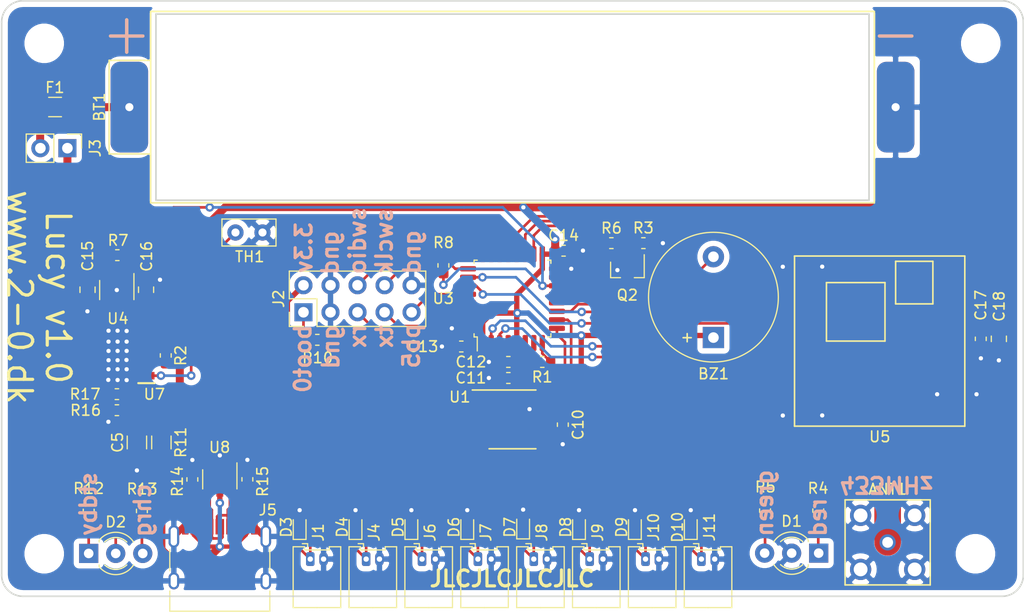
<source format=kicad_pcb>
(kicad_pcb (version 20171130) (host pcbnew 5.1.8-db9833491~87~ubuntu20.04.1)
  (title_block (title Lucy) (date 2020-11-17) (rev v1.0) (company www.2-0.dk))
  (layers (0 F.Cu signal) (31 B.Cu signal) (34 B.Paste user) (35 F.Paste user) (36 B.SilkS user) (37 F.SilkS user) (38 B.Mask user) (39 F.Mask user) (44 Edge.Cuts user))
  (net 0 "")
  (net 1 GND)
  (net 2 +3V3)
  (net 3 "Net-(ANT1-Pad1)")
  (net 4 uart_tx)
  (net 5 swdio)
  (net 6 swclk)
  (net 7 adc_vbat)
  (net 8 radio_cs)
  (net 9 radio_reset)
  (net 10 spi_sck)
  (net 11 spi_miso)
  (net 12 spi_mosi)
  (net 13 radio_dio2)
  (net 14 radio_dio1)
  (net 15 radio_dio0)
  (net 16 "Net-(BT1-Pad1)")
  (net 17 "Net-(D1-Pad1)")
  (net 18 "Net-(D1-Pad3)")
  (net 19 hmi_red)
  (net 20 hmi_green)
  (net 21 "Net-(BZ1-Pad2)")
  (net 22 hmi_buzzer)
  (net 23 nrst)
  (net 24 "Net-(C15-Pad1)")
  (net 25 mux_data)
  (net 26 "Net-(Q2-Pad1)")
  (net 27 pwr_sensor)
  (net 28 mux_a0)
  (net 29 mux_en)
  (net 30 mux_a1)
  (net 31 boot0)
  (net 32 mux_a2)
  (net 33 "Net-(D2-Pad1)")
  (net 34 "Net-(J5-PadA5)")
  (net 35 "Net-(J5-PadB5)")
  (net 36 vusb)
  (net 37 "Net-(R2-Pad1)")
  (net 38 "Net-(R12-Pad2)")
  (net 39 "Net-(R13-Pad1)")
  (net 40 "Net-(D2-Pad3)")
  (net 41 uart_rx)
  (net 42 "Net-(R16-Pad1)")
  (net 43 pb5)
  (net 44 "Net-(C5-Pad1)")
  (net 45 "Net-(D3-Pad1)")
  (net 46 "Net-(D4-Pad1)")
  (net 47 "Net-(D5-Pad1)")
  (net 48 "Net-(D6-Pad1)")
  (net 49 "Net-(D7-Pad1)")
  (net 50 "Net-(D8-Pad1)")
  (net 51 "Net-(D9-Pad1)")
  (net 52 "Net-(D10-Pad1)")
  (net 53 "Net-(F1-Pad1)")
  (net 54 usb_P)
  (net 55 usb_N)
  (module lucy:CON-SMA (layer F.Cu) (at 185.25 122.93)
    (fp_text reference ANT1 (at 0 -5) (layer F.SilkS))
    (fp_text value SMA)
    (pad 2 thru_hole circle (at -2.54 2.54) (size 2 2) (drill 1.3) (layers *.Cu *.Mask) (net 1 GND))
    (pad 2 thru_hole circle (at 2.54 2.54) (size 2 2) (drill 1.3) (layers *.Cu *.Mask) (net 1 GND))
    (pad 2 thru_hole circle (at 2.54 -2.54) (size 2 2) (drill 1.3) (layers *.Cu *.Mask) (net 1 GND))
    (pad 2 thru_hole circle (at -2.54 -2.54) (size 2 2) (drill 1.3) (layers *.Cu *.Mask) (net 1 GND))
    (pad 1 thru_hole circle (at 0 0) (size 1.524 1.524) (drill 1.016) (layers *.Cu *.Mask) (net 3 "Net-(ANT1-Pad1)"))
  )
  (module lucy:SOIC127P600X175-9N (layer F.Cu) (at 112.89 105.35 180)
    (fp_text reference U7 (at -3.46 -3.65) (layer F.SilkS))
    (fp_text value TP4056 hide)
    (pad 1 smd rect (at -2.712 -1.905 270) (size 0.7 1.525) (layers F.Cu F.Paste F.Mask) (net 42 "Net-(R16-Pad1)"))
    (pad 2 smd rect (at -2.712 -0.635 270) (size 0.7 1.525) (layers F.Cu F.Paste F.Mask) (net 37 "Net-(R2-Pad1)"))
    (pad 3 smd rect (at -2.712 0.635 270) (size 0.7 1.525) (layers F.Cu F.Paste F.Mask) (net 1 GND))
    (pad 4 smd rect (at -2.712 1.905 270) (size 0.7 1.525) (layers F.Cu F.Paste F.Mask) (net 44 "Net-(C5-Pad1)"))
    (pad 5 smd rect (at 2.712 1.905 270) (size 0.7 1.525) (layers F.Cu F.Paste F.Mask) (net 24 "Net-(C15-Pad1)"))
    (pad 6 smd rect (at 2.712 0.635 270) (size 0.7 1.525) (layers F.Cu F.Paste F.Mask) (net 38 "Net-(R12-Pad2)"))
    (pad 7 smd rect (at 2.712 -0.635 270) (size 0.7 1.525) (layers F.Cu F.Paste F.Mask) (net 39 "Net-(R13-Pad1)"))
    (pad 8 smd rect (at 2.712 -1.905 270) (size 0.7 1.525) (layers F.Cu F.Paste F.Mask) (net 44 "Net-(C5-Pad1)"))
    (pad 9 smd rect (at 0 0 180) (size 2.513 3.402) (layers F.Cu F.Paste F.Mask) (net 1 GND))
  )
  (module lucy:USB_C_Receptacle_HRO_TYPE-C-31-M-12 (layer F.Cu) (at 122.5 125.5)
    (fp_text reference J5 (at 4.51 -5.61) (layer F.SilkS))
    (fp_text value USB-C)
    (pad S1 thru_hole oval (at 4.32 1.05) (size 1 1.6) (drill oval 0.6 1.2) (layers *.Cu *.Mask) (net 1 GND))
    (pad "" np_thru_hole circle (at 2.89 -2.6) (size 0.65 0.65) (drill 0.65) (layers *.Cu *.Mask))
    (pad S1 thru_hole oval (at -4.32 1.05) (size 1 1.6) (drill oval 0.6 1.2) (layers *.Cu *.Mask) (net 1 GND))
    (pad "" np_thru_hole circle (at -2.89 -2.6) (size 0.65 0.65) (drill 0.65) (layers *.Cu *.Mask))
    (pad S1 thru_hole oval (at -4.32 -3.13) (size 1 2.1) (drill oval 0.6 1.7) (layers *.Cu *.Mask) (net 1 GND))
    (pad S1 thru_hole oval (at 4.32 -3.13) (size 1 2.1) (drill oval 0.6 1.7) (layers *.Cu *.Mask) (net 1 GND))
    (pad A6 smd rect (at -0.25 -4.045) (size 0.3 1.45) (layers F.Cu F.Paste F.Mask) (net 54 usb_P))
    (pad B5 smd rect (at 1.75 -4.045) (size 0.3 1.45) (layers F.Cu F.Paste F.Mask) (net 35 "Net-(J5-PadB5)"))
    (pad A8 smd rect (at 1.25 -4.045) (size 0.3 1.45) (layers F.Cu F.Paste F.Mask))
    (pad B6 smd rect (at 0.75 -4.045) (size 0.3 1.45) (layers F.Cu F.Paste F.Mask) (net 54 usb_P))
    (pad A7 smd rect (at 0.25 -4.045) (size 0.3 1.45) (layers F.Cu F.Paste F.Mask) (net 55 usb_N))
    (pad B7 smd rect (at -0.75 -4.045) (size 0.3 1.45) (layers F.Cu F.Paste F.Mask) (net 55 usb_N))
    (pad A5 smd rect (at -1.25 -4.045) (size 0.3 1.45) (layers F.Cu F.Paste F.Mask) (net 34 "Net-(J5-PadA5)"))
    (pad B8 smd rect (at -1.75 -4.045) (size 0.3 1.45) (layers F.Cu F.Paste F.Mask))
    (pad A12 smd rect (at 3.25 -4.045) (size 0.6 1.45) (layers F.Cu F.Paste F.Mask) (net 1 GND))
    (pad B4 smd rect (at 2.45 -4.045) (size 0.6 1.45) (layers F.Cu F.Paste F.Mask) (net 36 vusb))
    (pad A4 smd rect (at -2.45 -4.045) (size 0.6 1.45) (layers F.Cu F.Paste F.Mask) (net 36 vusb))
    (pad A1 smd rect (at -3.25 -4.045) (size 0.6 1.45) (layers F.Cu F.Paste F.Mask) (net 1 GND))
    (pad B12 smd rect (at -3.25 -4.045) (size 0.6 1.45) (layers F.Cu F.Paste F.Mask) (net 1 GND))
    (pad B9 smd rect (at -2.45 -4.045) (size 0.6 1.45) (layers F.Cu F.Paste F.Mask) (net 36 vusb))
    (pad A9 smd rect (at 2.45 -4.045) (size 0.6 1.45) (layers F.Cu F.Paste F.Mask) (net 36 vusb))
    (pad B1 smd rect (at 3.25 -4.045) (size 0.6 1.45) (layers F.Cu F.Paste F.Mask) (net 1 GND))
  )
  (module lucy:18650 (layer F.Cu) (at 150 82)
    (fp_text reference BT1 (at -38.81 -0.01 90) (layer F.SilkS))
    (fp_text value 3.7v)
    (pad 2 thru_hole roundrect (at 36 0) (size 3.524 8.524) (drill 0.762) (layers *.Cu *.Mask) (net 1 GND))
    (pad 1 thru_hole roundrect (at -36 0) (size 3.524 8.524) (drill 0.762) (layers *.Cu *.Mask) (net 16 "Net-(BT1-Pad1)"))
  )
  (module lucy:RFM95W (layer F.Cu) (at 184.5 104)
    (fp_text reference U5 (at 0.01 9) (layer F.SilkS))
    (fp_text value RFM96W-433)
    (pad 1 smd oval (at -7.25 -7) (size 2.5 1) (layers F.Cu F.Paste F.Mask) (net 1 GND))
    (pad 2 smd oval (at -7.25 -5) (size 2.5 1) (layers F.Cu F.Paste F.Mask) (net 11 spi_miso))
    (pad 3 smd oval (at -7.25 -3) (size 2.5 1) (layers F.Cu F.Paste F.Mask) (net 12 spi_mosi))
    (pad 4 smd oval (at -7.25 -1) (size 2.5 1) (layers F.Cu F.Paste F.Mask) (net 10 spi_sck))
    (pad 5 smd oval (at -7.25 1) (size 2.5 1) (layers F.Cu F.Paste F.Mask) (net 8 radio_cs))
    (pad 6 smd oval (at -7.25 3) (size 2.5 1) (layers F.Cu F.Paste F.Mask) (net 9 radio_reset))
    (pad 7 smd oval (at -7.25 5) (size 2.5 1) (layers F.Cu F.Paste F.Mask))
    (pad 8 smd oval (at -7.25 7) (size 2.5 1) (layers F.Cu F.Paste F.Mask) (net 1 GND))
    (pad 9 smd oval (at 7.25 7) (size 2.5 1) (layers F.Cu F.Paste F.Mask) (net 3 "Net-(ANT1-Pad1)"))
    (pad 10 smd oval (at 7.25 5) (size 2.5 1) (layers F.Cu F.Paste F.Mask) (net 1 GND))
    (pad 11 smd oval (at 7.25 3) (size 2.5 1) (layers F.Cu F.Paste F.Mask))
    (pad 12 smd oval (at 7.25 1) (size 2.5 1) (layers F.Cu F.Paste F.Mask))
    (pad 13 smd oval (at 7.25 -1) (size 2.5 1) (layers F.Cu F.Paste F.Mask) (net 2 +3V3))
    (pad 14 smd oval (at 7.25 -3) (size 2.5 1) (layers F.Cu F.Paste F.Mask) (net 15 radio_dio0))
    (pad 15 smd oval (at 7.25 -5) (size 2.5 1) (layers F.Cu F.Paste F.Mask) (net 14 radio_dio1))
    (pad 16 smd oval (at 7.25 -7) (size 2.5 1) (layers F.Cu F.Paste F.Mask) (net 13 radio_dio2))
  )
  (module Resistor_SMD:R_0603_1608Metric (layer F.Cu) (at 143.51 96.88 90)
    (fp_text reference R8 (at 2.14 0.01 180) (layer F.SilkS))
    (fp_text value 150k)
    (pad 2 smd roundrect (at 0.7875 0 90) (size 0.875 0.95) (layers F.Cu F.Paste F.Mask) (net 27 pwr_sensor))
    (pad 1 smd roundrect (at -0.7875 0 90) (size 0.875 0.95) (layers F.Cu F.Paste F.Mask) (net 7 adc_vbat))
  )
  (module Resistor_SMD:R_0603_1608Metric (layer F.Cu) (at 152.8 105.96)
    (fp_text reference R1 (at -0.01 1.42) (layer F.SilkS))
    (fp_text value 4k7)
    (pad 2 smd roundrect (at 0.7875 0) (size 0.875 0.95) (layers F.Cu F.Paste F.Mask) (net 25 mux_data))
    (pad 1 smd roundrect (at -0.7875 0) (size 0.875 0.95) (layers F.Cu F.Paste F.Mask) (net 29 mux_en))
  )
  (module Resistor_SMD:R_0603_1608Metric (layer F.Cu) (at 117.42 105.35 90)
    (fp_text reference R2 (at -0.01 1.41 90) (layer F.SilkS))
    (fp_text value 1.2k)
    (pad 2 smd roundrect (at 0.7875 0 90) (size 0.875 0.95) (layers F.Cu F.Paste F.Mask) (net 1 GND))
    (pad 1 smd roundrect (at -0.7875 0 90) (size 0.875 0.95) (layers F.Cu F.Paste F.Mask) (net 37 "Net-(R2-Pad1)"))
  )
  (module Resistor_SMD:R_0603_1608Metric (layer F.Cu) (at 159.29 94.79 180)
    (fp_text reference R6 (at -0.01 1.41 180) (layer F.SilkS))
    (fp_text value 1k)
    (pad 1 smd roundrect (at -0.7875 0 180) (size 0.875 0.95) (layers F.Cu F.Paste F.Mask) (net 26 "Net-(Q2-Pad1)"))
    (pad 2 smd roundrect (at 0.7875 0 180) (size 0.875 0.95) (layers F.Cu F.Paste F.Mask) (net 22 hmi_buzzer))
  )
  (module Capacitor_SMD:C_0603_1608Metric (layer F.Cu) (at 194 103.7875 270)
    (fp_text reference C17 (at -3.1575 0 90) (layer F.SilkS))
    (fp_text value 100n)
    (pad 1 smd roundrect (at -0.7875 0 270) (size 0.875 0.95) (layers F.Cu F.Paste F.Mask) (net 2 +3V3))
    (pad 2 smd roundrect (at 0.7875 0 270) (size 0.875 0.95) (layers F.Cu F.Paste F.Mask) (net 1 GND))
  )
  (module Capacitor_SMD:C_0805_2012Metric (layer F.Cu) (at 195.7 103.7875 270)
    (fp_text reference C18 (at -3.0575 -0.025 90) (layer F.SilkS))
    (fp_text value 10u)
    (pad 1 smd roundrect (at -0.9375 0 270) (size 0.975 1.4) (layers F.Cu F.Paste F.Mask) (net 2 +3V3))
    (pad 2 smd roundrect (at 0.9375 0 270) (size 0.975 1.4) (layers F.Cu F.Paste F.Mask) (net 1 GND))
  )
  (module MountingHole:MountingHole_2.7mm (layer F.Cu) (at 106 124)
    (fp_text reference H1 hide)
    (fp_text value MountingHole)
    (pad 1 np_thru_hole circle (at 0 0) (size 2.7 2.7) (drill 2.7) (layers *.Cu *.Mask))
  )
  (module MountingHole:MountingHole_2.7mm (layer F.Cu) (at 193.5 124)
    (fp_text reference H2 hide)
    (fp_text value MountingHole)
    (pad 1 np_thru_hole circle (at 0 0) (size 2.7 2.7) (drill 2.7) (layers *.Cu *.Mask))
  )
  (module MountingHole:MountingHole_2.7mm (layer F.Cu) (at 194 76)
    (fp_text reference H3 hide)
    (fp_text value MountingHole)
    (pad 1 np_thru_hole circle (at 0 0) (size 2.7 2.7) (drill 2.7) (layers *.Cu *.Mask))
  )
  (module MountingHole:MountingHole_2.7mm (layer F.Cu) (at 106 76)
    (fp_text reference H4 hide)
    (fp_text value MountingHole)
    (pad 1 np_thru_hole circle (at 0 0) (size 2.7 2.7) (drill 2.7) (layers *.Cu *.Mask))
  )
  (module Buzzer_Beeper:Buzzer_12x9.5RM7.6 (layer F.Cu) (at 168.88 103.67 90)
    (fp_text reference BZ1 (at -3.41 0.01) (layer F.SilkS))
    (fp_text value Buzzer)
    (fp_text user + (at -0.01 -2.54 90) (layer F.SilkS))
    (pad 1 thru_hole rect (at 0 0 90) (size 2 2) (drill 1) (layers *.Cu *.Mask) (net 2 +3V3))
    (pad 2 thru_hole circle (at 7.6 0 90) (size 2 2) (drill 1) (layers *.Cu *.Mask) (net 21 "Net-(BZ1-Pad2)"))
  )
  (module Capacitor_SMD:C_0603_1608Metric (layer F.Cu) (at 149.61 107.47 180)
    (fp_text reference C11 (at 3.52 0 180) (layer F.SilkS))
    (fp_text value 100n)
    (pad 1 smd roundrect (at -0.7875 0 180) (size 0.875 0.95) (layers F.Cu F.Paste F.Mask) (net 23 nrst))
    (pad 2 smd roundrect (at 0.7875 0 180) (size 0.875 0.95) (layers F.Cu F.Paste F.Mask) (net 1 GND))
  )
  (module Capacitor_SMD:C_0603_1608Metric (layer F.Cu) (at 149.61 105.96 180)
    (fp_text reference C12 (at 3.51 0) (layer F.SilkS))
    (fp_text value 100n)
    (pad 2 smd roundrect (at 0.7875 0 180) (size 0.875 0.95) (layers F.Cu F.Paste F.Mask) (net 1 GND))
    (pad 1 smd roundrect (at -0.7875 0 180) (size 0.875 0.95) (layers F.Cu F.Paste F.Mask) (net 2 +3V3))
  )
  (module Capacitor_SMD:C_0603_1608Metric (layer F.Cu) (at 145.19 104.51 180)
    (fp_text reference C13 (at 3.61 -0.01) (layer F.SilkS))
    (fp_text value 100n)
    (pad 2 smd roundrect (at 0.7875 0 180) (size 0.875 0.95) (layers F.Cu F.Paste F.Mask) (net 1 GND))
    (pad 1 smd roundrect (at -0.7875 0 180) (size 0.875 0.95) (layers F.Cu F.Paste F.Mask) (net 2 +3V3))
  )
  (module Capacitor_SMD:C_0603_1608Metric (layer F.Cu) (at 154.8 95.5)
    (fp_text reference C14 (at 0 -1.43) (layer F.SilkS))
    (fp_text value 100n)
    (pad 1 smd roundrect (at -0.7875 0) (size 0.875 0.95) (layers F.Cu F.Paste F.Mask) (net 2 +3V3))
    (pad 2 smd roundrect (at 0.7875 0) (size 0.875 0.95) (layers F.Cu F.Paste F.Mask) (net 1 GND))
  )
  (module Capacitor_SMD:C_0805_2012Metric (layer F.Cu) (at 110.07 99.17 270)
    (fp_text reference C15 (at -3.17 -0.01 90) (layer F.SilkS))
    (fp_text value 10u)
    (pad 2 smd roundrect (at 0.9375 0 270) (size 0.975 1.4) (layers F.Cu F.Paste F.Mask) (net 1 GND))
    (pad 1 smd roundrect (at -0.9375 0 270) (size 0.975 1.4) (layers F.Cu F.Paste F.Mask) (net 24 "Net-(C15-Pad1)"))
  )
  (module Capacitor_SMD:C_0805_2012Metric (layer F.Cu) (at 115.57 99.17 90)
    (fp_text reference C16 (at 3.14 0.05 90) (layer F.SilkS))
    (fp_text value 10u)
    (pad 1 smd roundrect (at -0.9375 0 90) (size 0.975 1.4) (layers F.Cu F.Paste F.Mask) (net 2 +3V3))
    (pad 2 smd roundrect (at 0.9375 0 90) (size 0.975 1.4) (layers F.Cu F.Paste F.Mask) (net 1 GND))
  )
  (module LED_THT:LED_D3.0mm-3 (layer F.Cu) (at 178.77 123.94 180)
    (fp_text reference D1 (at 2.54 3) (layer F.SilkS))
    (fp_text value red/green)
    (pad 1 thru_hole rect (at 0 0 180) (size 1.8 1.8) (drill 0.9) (layers *.Cu *.Mask) (net 17 "Net-(D1-Pad1)"))
    (pad 2 thru_hole circle (at 2.54 0 180) (size 1.8 1.8) (drill 0.9) (layers *.Cu *.Mask) (net 1 GND))
    (pad 3 thru_hole circle (at 5.08 0 180) (size 1.8 1.8) (drill 0.9) (layers *.Cu *.Mask) (net 18 "Net-(D1-Pad3)"))
  )
  (module Fuse:Fuse_1206_3216Metric (layer F.Cu) (at 107.02 81.99)
    (fp_text reference F1 (at -0.02 -1.83) (layer F.SilkS))
    (fp_text value 1A)
    (pad 1 smd roundrect (at -1.4 0) (size 1.25 1.75) (layers F.Cu F.Paste F.Mask) (roundrect_rratio 0.2) (net 53 "Net-(F1-Pad1)"))
    (pad 2 smd roundrect (at 1.4 0) (size 1.25 1.75) (layers F.Cu F.Paste F.Mask) (roundrect_rratio 0.2) (net 16 "Net-(BT1-Pad1)"))
  )
  (module Package_TO_SOT_SMD:SOT-23 (layer F.Cu) (at 160.798 97.276 270)
    (fp_text reference Q2 (at 2.4 0.01) (layer F.SilkS))
    (fp_text value AO3400A)
    (pad 1 smd rect (at -1 -0.95 270) (size 0.9 0.8) (layers F.Cu F.Paste F.Mask) (net 26 "Net-(Q2-Pad1)"))
    (pad 2 smd rect (at -1 0.95 270) (size 0.9 0.8) (layers F.Cu F.Paste F.Mask) (net 1 GND))
    (pad 3 smd rect (at 1 0 270) (size 0.9 0.8) (layers F.Cu F.Paste F.Mask) (net 21 "Net-(BZ1-Pad2)"))
  )
  (module Resistor_SMD:R_0603_1608Metric (layer F.Cu) (at 178.73 119.94 270)
    (fp_text reference R4 (at -2.09 0.02) (layer F.SilkS))
    (fp_text value 470)
    (pad 1 smd roundrect (at -0.7875 0 270) (size 0.875 0.95) (layers F.Cu F.Paste F.Mask) (net 19 hmi_red))
    (pad 2 smd roundrect (at 0.7875 0 270) (size 0.875 0.95) (layers F.Cu F.Paste F.Mask) (net 17 "Net-(D1-Pad1)"))
  )
  (module Resistor_SMD:R_0603_1608Metric (layer F.Cu) (at 173.73 119.94 90)
    (fp_text reference R5 (at 2.22 0.03) (layer F.SilkS))
    (fp_text value 470)
    (pad 2 smd roundrect (at 0.7875 0 90) (size 0.875 0.95) (layers F.Cu F.Paste F.Mask) (net 20 hmi_green))
    (pad 1 smd roundrect (at -0.7875 0 90) (size 0.875 0.95) (layers F.Cu F.Paste F.Mask) (net 18 "Net-(D1-Pad3)"))
  )
  (module Resistor_SMD:R_0603_1608Metric (layer F.Cu) (at 112.87 95.92)
    (fp_text reference R7 (at 0.07 -1.39) (layer F.SilkS))
    (fp_text value 75k)
    (pad 1 smd roundrect (at -0.7875 0) (size 0.875 0.95) (layers F.Cu F.Paste F.Mask) (net 24 "Net-(C15-Pad1)"))
    (pad 2 smd roundrect (at 0.7875 0) (size 0.875 0.95) (layers F.Cu F.Paste F.Mask) (net 7 adc_vbat))
  )
  (module Package_SO:TSSOP-16_4.4x5mm_P0.65mm (layer F.Cu) (at 150 111.4)
    (fp_text reference U1 (at -4.95 -2.14) (layer F.SilkS))
    (fp_text value TMUX1208)
    (pad 1 smd rect (at -2.95 -2.275) (size 1.5 0.45) (layers F.Cu F.Paste F.Mask) (net 28 mux_a0))
    (pad 2 smd rect (at -2.95 -1.625) (size 1.5 0.45) (layers F.Cu F.Paste F.Mask) (net 29 mux_en))
    (pad 3 smd rect (at -2.95 -0.975) (size 1.5 0.45) (layers F.Cu F.Paste F.Mask))
    (pad 4 smd rect (at -2.95 -0.325) (size 1.5 0.45) (layers F.Cu F.Paste F.Mask) (net 45 "Net-(D3-Pad1)"))
    (pad 5 smd rect (at -2.95 0.325) (size 1.5 0.45) (layers F.Cu F.Paste F.Mask) (net 46 "Net-(D4-Pad1)"))
    (pad 6 smd rect (at -2.95 0.975) (size 1.5 0.45) (layers F.Cu F.Paste F.Mask) (net 47 "Net-(D5-Pad1)"))
    (pad 7 smd rect (at -2.95 1.625) (size 1.5 0.45) (layers F.Cu F.Paste F.Mask) (net 48 "Net-(D6-Pad1)"))
    (pad 8 smd rect (at -2.95 2.275) (size 1.5 0.45) (layers F.Cu F.Paste F.Mask) (net 25 mux_data))
    (pad 9 smd rect (at 2.95 2.275) (size 1.5 0.45) (layers F.Cu F.Paste F.Mask) (net 52 "Net-(D10-Pad1)"))
    (pad 10 smd rect (at 2.95 1.625) (size 1.5 0.45) (layers F.Cu F.Paste F.Mask) (net 51 "Net-(D9-Pad1)"))
    (pad 11 smd rect (at 2.95 0.975) (size 1.5 0.45) (layers F.Cu F.Paste F.Mask) (net 50 "Net-(D8-Pad1)"))
    (pad 12 smd rect (at 2.95 0.325) (size 1.5 0.45) (layers F.Cu F.Paste F.Mask) (net 49 "Net-(D7-Pad1)"))
    (pad 13 smd rect (at 2.95 -0.325) (size 1.5 0.45) (layers F.Cu F.Paste F.Mask) (net 2 +3V3))
    (pad 14 smd rect (at 2.95 -0.975) (size 1.5 0.45) (layers F.Cu F.Paste F.Mask) (net 1 GND))
    (pad 15 smd rect (at 2.95 -1.625) (size 1.5 0.45) (layers F.Cu F.Paste F.Mask) (net 32 mux_a2))
    (pad 16 smd rect (at 2.95 -2.275) (size 1.5 0.45) (layers F.Cu F.Paste F.Mask) (net 30 mux_a1))
  )
  (module Resistor_SMD:R_0603_1608Metric (layer F.Cu) (at 131.66 103.88 180)
    (fp_text reference R10 (at -0.03 -1.69) (layer F.SilkS))
    (fp_text value 100k)
    (pad 1 smd roundrect (at -0.7875 0 180) (size 0.875 0.95) (layers F.Cu F.Paste F.Mask) (net 1 GND))
    (pad 2 smd roundrect (at 0.7875 0 180) (size 0.875 0.95) (layers F.Cu F.Paste F.Mask) (net 31 boot0))
  )
  (module Package_TO_SOT_SMD:SOT-23-5 (layer F.Cu) (at 112.82 99.2 270)
    (fp_text reference U4 (at 2.69 -0.1) (layer F.SilkS))
    (fp_text value TPS7A2-3.0)
    (pad 1 smd rect (at -1.1 -0.95 270) (size 1.06 0.65) (layers F.Cu F.Paste F.Mask) (net 24 "Net-(C15-Pad1)"))
    (pad 2 smd rect (at -1.1 0 270) (size 1.06 0.65) (layers F.Cu F.Paste F.Mask) (net 1 GND))
    (pad 3 smd rect (at -1.1 0.95 270) (size 1.06 0.65) (layers F.Cu F.Paste F.Mask) (net 24 "Net-(C15-Pad1)"))
    (pad 4 smd rect (at 1.1 0.95 270) (size 1.06 0.65) (layers F.Cu F.Paste F.Mask))
    (pad 5 smd rect (at 1.1 -0.95 270) (size 1.06 0.65) (layers F.Cu F.Paste F.Mask) (net 2 +3V3))
  )
  (module Capacitor_SMD:C_0603_1608Metric (layer F.Cu) (at 154.73 111.86 270)
    (fp_text reference C10 (at 0 -1.43 270) (layer F.SilkS))
    (fp_text value 100n)
    (pad 1 smd roundrect (at -0.7875 0 270) (size 0.875 0.95) (layers F.Cu F.Paste F.Mask) (net 2 +3V3))
    (pad 2 smd roundrect (at 0.7875 0 270) (size 0.875 0.95) (layers F.Cu F.Paste F.Mask) (net 1 GND))
  )
  (module Resistor_SMD:R_0603_1608Metric (layer F.Cu) (at 110.18 119.97 90)
    (fp_text reference R12 (at 2.11 0 180) (layer F.SilkS))
    (fp_text value 1k)
    (pad 1 smd roundrect (at -0.7875 0 90) (size 0.875 0.95) (layers F.Cu F.Paste F.Mask) (net 33 "Net-(D2-Pad1)"))
    (pad 2 smd roundrect (at 0.7875 0 90) (size 0.875 0.95) (layers F.Cu F.Paste F.Mask) (net 38 "Net-(R12-Pad2)"))
  )
  (module Resistor_SMD:R_0603_1608Metric (layer F.Cu) (at 115.18 119.97 270)
    (fp_text reference R13 (at -2.06 -0.02 180) (layer F.SilkS))
    (fp_text value 1k)
    (pad 1 smd roundrect (at -0.7875 0 270) (size 0.875 0.95) (layers F.Cu F.Paste F.Mask) (net 39 "Net-(R13-Pad1)"))
    (pad 2 smd roundrect (at 0.7875 0 270) (size 0.875 0.95) (layers F.Cu F.Paste F.Mask) (net 40 "Net-(D2-Pad3)"))
  )
  (module Resistor_SMD:R_0603_1608Metric (layer F.Cu) (at 119.92 117.01 270)
    (fp_text reference R14 (at 0.19 1.41 90) (layer F.SilkS))
    (fp_text value 5.1k)
    (pad 2 smd roundrect (at 0.7875 0 270) (size 0.875 0.95) (layers F.Cu F.Paste F.Mask) (net 34 "Net-(J5-PadA5)"))
    (pad 1 smd roundrect (at -0.7875 0 270) (size 0.875 0.95) (layers F.Cu F.Paste F.Mask) (net 1 GND))
  )
  (module Resistor_SMD:R_0603_1608Metric (layer F.Cu) (at 125.09 117 270)
    (fp_text reference R15 (at 0.2 -1.43 270) (layer F.SilkS))
    (fp_text value 5.1k)
    (pad 1 smd roundrect (at -0.7875 0 270) (size 0.875 0.95) (layers F.Cu F.Paste F.Mask) (net 1 GND))
    (pad 2 smd roundrect (at 0.7875 0 270) (size 0.875 0.95) (layers F.Cu F.Paste F.Mask) (net 35 "Net-(J5-PadB5)"))
  )
  (module Package_QFP:LQFP-32_7x7mm_P0.8mm (layer F.Cu) (at 150 100 90)
    (fp_text reference U3 (at 0.01 -6.5 180) (layer F.SilkS))
    (fp_text value STM32L062K8Tx)
    (pad 1 smd roundrect (at -4.175 -2.8 90) (size 1.5 0.5) (layers F.Cu F.Paste F.Mask) (net 2 +3V3))
    (pad 2 smd roundrect (at -4.175 -2 90) (size 1.5 0.5) (layers F.Cu F.Paste F.Mask) (net 19 hmi_red))
    (pad 3 smd roundrect (at -4.175 -1.2 90) (size 1.5 0.5) (layers F.Cu F.Paste F.Mask) (net 20 hmi_green))
    (pad 4 smd roundrect (at -4.175 -0.4 90) (size 1.5 0.5) (layers F.Cu F.Paste F.Mask) (net 23 nrst))
    (pad 5 smd roundrect (at -4.175 0.4 90) (size 1.5 0.5) (layers F.Cu F.Paste F.Mask) (net 2 +3V3))
    (pad 6 smd roundrect (at -4.175 1.2 90) (size 1.5 0.5) (layers F.Cu F.Paste F.Mask) (net 28 mux_a0))
    (pad 7 smd roundrect (at -4.175 2 90) (size 1.5 0.5) (layers F.Cu F.Paste F.Mask) (net 29 mux_en))
    (pad 8 smd roundrect (at -4.175 2.8 90) (size 1.5 0.5) (layers F.Cu F.Paste F.Mask) (net 25 mux_data))
    (pad 9 smd roundrect (at -2.8 4.175 90) (size 0.5 1.5) (layers F.Cu F.Paste F.Mask) (net 30 mux_a1))
    (pad 10 smd roundrect (at -2 4.175 90) (size 0.5 1.5) (layers F.Cu F.Paste F.Mask) (net 32 mux_a2))
    (pad 11 smd roundrect (at -1.2 4.175 90) (size 0.5 1.5) (layers F.Cu F.Paste F.Mask) (net 10 spi_sck))
    (pad 12 smd roundrect (at -0.4 4.175 90) (size 0.5 1.5) (layers F.Cu F.Paste F.Mask) (net 11 spi_miso))
    (pad 13 smd roundrect (at 0.4 4.175 90) (size 0.5 1.5) (layers F.Cu F.Paste F.Mask) (net 12 spi_mosi))
    (pad 14 smd roundrect (at 1.2 4.175 90) (size 0.5 1.5) (layers F.Cu F.Paste F.Mask) (net 7 adc_vbat))
    (pad 15 smd roundrect (at 2 4.175 90) (size 0.5 1.5) (layers F.Cu F.Paste F.Mask) (net 22 hmi_buzzer))
    (pad 16 smd roundrect (at 2.8 4.175 90) (size 0.5 1.5) (layers F.Cu F.Paste F.Mask) (net 1 GND))
    (pad 17 smd roundrect (at 4.175 2.8 90) (size 1.5 0.5) (layers F.Cu F.Paste F.Mask) (net 2 +3V3))
    (pad 18 smd roundrect (at 4.175 2 90) (size 1.5 0.5) (layers F.Cu F.Paste F.Mask) (net 13 radio_dio2))
    (pad 19 smd roundrect (at 4.175 1.2 90) (size 1.5 0.5) (layers F.Cu F.Paste F.Mask) (net 14 radio_dio1))
    (pad 20 smd roundrect (at 4.175 0.4 90) (size 1.5 0.5) (layers F.Cu F.Paste F.Mask) (net 15 radio_dio0))
    (pad 21 smd roundrect (at 4.175 -0.4 90) (size 1.5 0.5) (layers F.Cu F.Paste F.Mask) (net 55 usb_N))
    (pad 22 smd roundrect (at 4.175 -1.2 90) (size 1.5 0.5) (layers F.Cu F.Paste F.Mask) (net 54 usb_P))
    (pad 23 smd roundrect (at 4.175 -2 90) (size 1.5 0.5) (layers F.Cu F.Paste F.Mask) (net 5 swdio))
    (pad 24 smd roundrect (at 4.175 -2.8 90) (size 1.5 0.5) (layers F.Cu F.Paste F.Mask) (net 6 swclk))
    (pad 25 smd roundrect (at 2.8 -4.175 90) (size 0.5 1.5) (layers F.Cu F.Paste F.Mask) (net 27 pwr_sensor))
    (pad 26 smd roundrect (at 2 -4.175 90) (size 0.5 1.5) (layers F.Cu F.Paste F.Mask) (net 8 radio_cs))
    (pad 27 smd roundrect (at 1.2 -4.175 90) (size 0.5 1.5) (layers F.Cu F.Paste F.Mask) (net 9 radio_reset))
    (pad 28 smd roundrect (at 0.4 -4.175 90) (size 0.5 1.5) (layers F.Cu F.Paste F.Mask) (net 43 pb5))
    (pad 29 smd roundrect (at -0.4 -4.175 90) (size 0.5 1.5) (layers F.Cu F.Paste F.Mask) (net 4 uart_tx))
    (pad 30 smd roundrect (at -1.2 -4.175 90) (size 0.5 1.5) (layers F.Cu F.Paste F.Mask) (net 41 uart_rx))
    (pad 31 smd roundrect (at -2 -4.175 90) (size 0.5 1.5) (layers F.Cu F.Paste F.Mask) (net 31 boot0))
    (pad 32 smd roundrect (at -2.8 -4.175 90) (size 0.5 1.5) (layers F.Cu F.Paste F.Mask) (net 1 GND))
  )
  (module Package_TO_SOT_SMD:SOT-23-6 (layer F.Cu) (at 122.5 117 270)
    (fp_text reference U8 (at -3.01 0.02 180) (layer F.SilkS))
    (fp_text value SRV05-4)
    (pad 5 smd rect (at 1.1 0 270) (size 1.06 0.65) (layers F.Cu F.Paste F.Mask) (net 36 vusb))
    (pad 6 smd rect (at 1.1 -0.95 270) (size 1.06 0.65) (layers F.Cu F.Paste F.Mask) (net 54 usb_P))
    (pad 4 smd rect (at 1.1 0.95 270) (size 1.06 0.65) (layers F.Cu F.Paste F.Mask) (net 55 usb_N))
    (pad 3 smd rect (at -1.1 0.95 270) (size 1.06 0.65) (layers F.Cu F.Paste F.Mask) (net 55 usb_N))
    (pad 2 smd rect (at -1.1 0 270) (size 1.06 0.65) (layers F.Cu F.Paste F.Mask) (net 1 GND))
    (pad 1 smd rect (at -1.1 -0.95 270) (size 1.06 0.65) (layers F.Cu F.Paste F.Mask) (net 54 usb_P))
  )
  (module LED_THT:LED_D3.0mm-3 (layer F.Cu) (at 110.18 123.97)
    (fp_text reference D2 (at 2.54 -2.96) (layer F.SilkS))
    (fp_text value chrg/stby)
    (pad 1 thru_hole rect (at 0 0) (size 1.8 1.8) (drill 0.9) (layers *.Cu *.Mask) (net 33 "Net-(D2-Pad1)"))
    (pad 2 thru_hole circle (at 2.54 0) (size 1.8 1.8) (drill 0.9) (layers *.Cu *.Mask) (net 44 "Net-(C5-Pad1)"))
    (pad 3 thru_hole circle (at 5.08 0) (size 1.8 1.8) (drill 0.9) (layers *.Cu *.Mask) (net 40 "Net-(D2-Pad3)"))
  )
  (module Resistor_SMD:R_0603_1608Metric (layer F.Cu) (at 112.83 110.5 180)
    (fp_text reference R16 (at 2.94 -0.01) (layer F.SilkS))
    (fp_text value 82k)
    (pad 1 smd roundrect (at -0.7875 0 180) (size 0.875 0.95) (layers F.Cu F.Paste F.Mask) (net 42 "Net-(R16-Pad1)"))
    (pad 2 smd roundrect (at 0.7875 0 180) (size 0.875 0.95) (layers F.Cu F.Paste F.Mask) (net 1 GND))
  )
  (module Resistor_SMD:R_0603_1608Metric (layer F.Cu) (at 112.83 108.99 180)
    (fp_text reference R17 (at 2.99 0) (layer F.SilkS))
    (fp_text value 4k7)
    (pad 2 smd roundrect (at 0.7875 0 180) (size 0.875 0.95) (layers F.Cu F.Paste F.Mask) (net 44 "Net-(C5-Pad1)"))
    (pad 1 smd roundrect (at -0.7875 0 180) (size 0.875 0.95) (layers F.Cu F.Paste F.Mask) (net 42 "Net-(R16-Pad1)"))
  )
  (module Capacitor_SMD:C_1206_3216Metric (layer F.Cu) (at 114.71 113.53 270)
    (fp_text reference C5 (at 0 1.82 90) (layer F.SilkS))
    (fp_text value 10u)
    (pad 1 smd roundrect (at -1.4 0 270) (size 1.25 1.75) (layers F.Cu F.Paste F.Mask) (roundrect_rratio 0.2) (net 44 "Net-(C5-Pad1)"))
    (pad 2 smd roundrect (at 1.4 0 270) (size 1.25 1.75) (layers F.Cu F.Paste F.Mask) (roundrect_rratio 0.2) (net 1 GND))
  )
  (module Diode_SMD:D_SOD-523 (layer F.Cu) (at 130 121.5 90)
    (fp_text reference D3 (at 0 -1.25 90) (layer F.SilkS))
    (fp_text value ESD5Z3.3)
    (pad 1 smd rect (at -0.7 0 270) (size 0.6 0.7) (layers F.Cu F.Paste F.Mask) (net 45 "Net-(D3-Pad1)"))
    (pad 2 smd rect (at 0.7 0 270) (size 0.6 0.7) (layers F.Cu F.Paste F.Mask) (net 1 GND))
  )
  (module Diode_SMD:D_SOD-523 (layer F.Cu) (at 135.25 121.5 90)
    (fp_text reference D4 (at 0 -1.25 90) (layer F.SilkS))
    (fp_text value ESD5Z3.3)
    (pad 2 smd rect (at 0.7 0 270) (size 0.6 0.7) (layers F.Cu F.Paste F.Mask) (net 1 GND))
    (pad 1 smd rect (at -0.7 0 270) (size 0.6 0.7) (layers F.Cu F.Paste F.Mask) (net 46 "Net-(D4-Pad1)"))
  )
  (module Diode_SMD:D_SOD-523 (layer F.Cu) (at 140.5 121.5 90)
    (fp_text reference D5 (at 0 -1.25 90) (layer F.SilkS))
    (fp_text value ESD5Z3.3)
    (pad 1 smd rect (at -0.7 0 270) (size 0.6 0.7) (layers F.Cu F.Paste F.Mask) (net 47 "Net-(D5-Pad1)"))
    (pad 2 smd rect (at 0.7 0 270) (size 0.6 0.7) (layers F.Cu F.Paste F.Mask) (net 1 GND))
  )
  (module Diode_SMD:D_SOD-523 (layer F.Cu) (at 145.75 121.5 90)
    (fp_text reference D6 (at 0 -1.25 90) (layer F.SilkS))
    (fp_text value ESD5Z3.3)
    (pad 2 smd rect (at 0.7 0 270) (size 0.6 0.7) (layers F.Cu F.Paste F.Mask) (net 1 GND))
    (pad 1 smd rect (at -0.7 0 270) (size 0.6 0.7) (layers F.Cu F.Paste F.Mask) (net 48 "Net-(D6-Pad1)"))
  )
  (module Diode_SMD:D_SOD-523 (layer F.Cu) (at 151 121.45 90)
    (fp_text reference D7 (at -0.05 -1.25 90) (layer F.SilkS))
    (fp_text value ESD5Z3.3)
    (pad 2 smd rect (at 0.7 0 270) (size 0.6 0.7) (layers F.Cu F.Paste F.Mask) (net 1 GND))
    (pad 1 smd rect (at -0.7 0 270) (size 0.6 0.7) (layers F.Cu F.Paste F.Mask) (net 49 "Net-(D7-Pad1)"))
  )
  (module Diode_SMD:D_SOD-523 (layer F.Cu) (at 156.25 121.5 90)
    (fp_text reference D8 (at 0 -1.25 90) (layer F.SilkS))
    (fp_text value ESD5Z3.3)
    (pad 1 smd rect (at -0.7 0 270) (size 0.6 0.7) (layers F.Cu F.Paste F.Mask) (net 50 "Net-(D8-Pad1)"))
    (pad 2 smd rect (at 0.7 0 270) (size 0.6 0.7) (layers F.Cu F.Paste F.Mask) (net 1 GND))
  )
  (module Diode_SMD:D_SOD-523 (layer F.Cu) (at 161.5 121.5 90)
    (fp_text reference D9 (at 0 -1.25 90) (layer F.SilkS))
    (fp_text value ESD5Z3.3)
    (pad 2 smd rect (at 0.7 0 270) (size 0.6 0.7) (layers F.Cu F.Paste F.Mask) (net 1 GND))
    (pad 1 smd rect (at -0.7 0 270) (size 0.6 0.7) (layers F.Cu F.Paste F.Mask) (net 51 "Net-(D9-Pad1)"))
  )
  (module Diode_SMD:D_SOD-523 (layer F.Cu) (at 166.75 121.5 90)
    (fp_text reference D10 (at 0 -1.25 90) (layer F.SilkS))
    (fp_text value ESD5Z3.3)
    (pad 1 smd rect (at -0.7 0 270) (size 0.6 0.7) (layers F.Cu F.Paste F.Mask) (net 52 "Net-(D10-Pad1)"))
    (pad 2 smd rect (at 0.7 0 270) (size 0.6 0.7) (layers F.Cu F.Paste F.Mask) (net 1 GND))
  )
  (module Connector_PinHeader_2.54mm:PinHeader_1x02_P2.54mm_Vertical (layer F.Cu) (at 108.18 85.86 270)
    (fp_text reference J3 (at 0 -2.61 270) (layer F.SilkS))
    (fp_text value on/off)
    (pad 1 thru_hole rect (at 0 0 270) (size 1.7 1.7) (drill 1) (layers *.Cu *.Mask) (net 24 "Net-(C15-Pad1)"))
    (pad 2 thru_hole oval (at 0 2.54 270) (size 1.7 1.7) (drill 1) (layers *.Cu *.Mask) (net 53 "Net-(F1-Pad1)"))
  )
  (module Resistor_SMD:R_0603_1608Metric (layer F.Cu) (at 162.3 94.79)
    (fp_text reference R3 (at 0 -1.43) (layer F.SilkS))
    (fp_text value 10k)
    (pad 1 smd roundrect (at -0.7875 0) (size 0.875 0.95) (layers F.Cu F.Paste F.Mask) (net 26 "Net-(Q2-Pad1)"))
    (pad 2 smd roundrect (at 0.7875 0) (size 0.875 0.95) (layers F.Cu F.Paste F.Mask) (net 1 GND))
  )
  (module Resistor_SMD:R_1206_3216Metric (layer F.Cu) (at 117.01 113.53 270)
    (fp_text reference R11 (at 0 -1.82 90) (layer F.SilkS))
    (fp_text value 0.4)
    (pad 1 smd roundrect (at -1.4 0 270) (size 1.25 1.75) (layers F.Cu F.Paste F.Mask) (roundrect_rratio 0.2) (net 44 "Net-(C5-Pad1)"))
    (pad 2 smd roundrect (at 1.4 0 270) (size 1.25 1.75) (layers F.Cu F.Paste F.Mask) (roundrect_rratio 0.2) (net 36 vusb))
  )
  (module Connector_Molex:Molex_PicoBlade_53048-0210_1x02_P1.25mm_Horizontal (layer F.Cu) (at 131 124.5)
    (fp_text reference J1 (at 0.75 -2.5 90) (layer F.SilkS))
    (fp_text value Channel1)
    (pad 2 thru_hole oval (at 1.25 0) (size 0.8 1.3) (drill 0.5) (layers *.Cu *.Mask) (net 1 GND))
    (pad 1 thru_hole roundrect (at 0 0) (size 0.8 1.3) (drill 0.5) (layers *.Cu *.Mask) (net 45 "Net-(D3-Pad1)"))
  )
  (module Connector_PinHeader_2.54mm:PinHeader_2x05_P2.54mm_Vertical (layer F.Cu) (at 130.36 101.29 90)
    (fp_text reference J2 (at 1.27 -2.33 90) (layer F.SilkS))
    (fp_text value Debug)
    (pad 1 thru_hole rect (at 0 0 90) (size 1.7 1.7) (drill 1) (layers *.Cu *.Mask) (net 31 boot0))
    (pad 2 thru_hole oval (at 2.54 0 90) (size 1.7 1.7) (drill 1) (layers *.Cu *.Mask) (net 2 +3V3))
    (pad 3 thru_hole oval (at 0 2.54 90) (size 1.7 1.7) (drill 1) (layers *.Cu *.Mask) (net 1 GND))
    (pad 4 thru_hole oval (at 2.54 2.54 90) (size 1.7 1.7) (drill 1) (layers *.Cu *.Mask) (net 1 GND))
    (pad 5 thru_hole oval (at 0 5.08 90) (size 1.7 1.7) (drill 1) (layers *.Cu *.Mask) (net 41 uart_rx))
    (pad 6 thru_hole oval (at 2.54 5.08 90) (size 1.7 1.7) (drill 1) (layers *.Cu *.Mask) (net 5 swdio))
    (pad 7 thru_hole oval (at 0 7.62 90) (size 1.7 1.7) (drill 1) (layers *.Cu *.Mask) (net 4 uart_tx))
    (pad 8 thru_hole oval (at 2.54 7.62 90) (size 1.7 1.7) (drill 1) (layers *.Cu *.Mask) (net 6 swclk))
    (pad 9 thru_hole oval (at 0 10.16 90) (size 1.7 1.7) (drill 1) (layers *.Cu *.Mask) (net 43 pb5))
    (pad 10 thru_hole oval (at 2.54 10.16 90) (size 1.7 1.7) (drill 1) (layers *.Cu *.Mask) (net 1 GND))
  )
  (module Connector_Molex:Molex_PicoBlade_53048-0210_1x02_P1.25mm_Horizontal (layer F.Cu) (at 136.25 124.5)
    (fp_text reference J4 (at 0.75 -2.5 90) (layer F.SilkS))
    (fp_text value Channel2)
    (pad 1 thru_hole roundrect (at 0 0) (size 0.8 1.3) (drill 0.5) (layers *.Cu *.Mask) (net 46 "Net-(D4-Pad1)"))
    (pad 2 thru_hole oval (at 1.25 0) (size 0.8 1.3) (drill 0.5) (layers *.Cu *.Mask) (net 1 GND))
  )
  (module Connector_Molex:Molex_PicoBlade_53048-0210_1x02_P1.25mm_Horizontal (layer F.Cu) (at 141.5 124.5)
    (fp_text reference J6 (at 0.75 -2.5 90) (layer F.SilkS))
    (fp_text value Channel3)
    (pad 2 thru_hole oval (at 1.25 0) (size 0.8 1.3) (drill 0.5) (layers *.Cu *.Mask) (net 1 GND))
    (pad 1 thru_hole roundrect (at 0 0) (size 0.8 1.3) (drill 0.5) (layers *.Cu *.Mask) (net 47 "Net-(D5-Pad1)"))
  )
  (module Connector_Molex:Molex_PicoBlade_53048-0210_1x02_P1.25mm_Horizontal (layer F.Cu) (at 146.75 124.5)
    (fp_text reference J7 (at 0.75 -2.5 90) (layer F.SilkS))
    (fp_text value Channel4)
    (pad 1 thru_hole roundrect (at 0 0) (size 0.8 1.3) (drill 0.5) (layers *.Cu *.Mask) (net 48 "Net-(D6-Pad1)"))
    (pad 2 thru_hole oval (at 1.25 0) (size 0.8 1.3) (drill 0.5) (layers *.Cu *.Mask) (net 1 GND))
  )
  (module Connector_Molex:Molex_PicoBlade_53048-0210_1x02_P1.25mm_Horizontal (layer F.Cu) (at 152 124.5)
    (fp_text reference J8 (at 0.75 -2.5 90) (layer F.SilkS))
    (fp_text value Channel5)
    (pad 1 thru_hole roundrect (at 0 0) (size 0.8 1.3) (drill 0.5) (layers *.Cu *.Mask) (net 49 "Net-(D7-Pad1)"))
    (pad 2 thru_hole oval (at 1.25 0) (size 0.8 1.3) (drill 0.5) (layers *.Cu *.Mask) (net 1 GND))
  )
  (module Connector_Molex:Molex_PicoBlade_53048-0210_1x02_P1.25mm_Horizontal (layer F.Cu) (at 157.25 124.5)
    (fp_text reference J9 (at 0.75 -2.5 90) (layer F.SilkS))
    (fp_text value Channel6)
    (pad 2 thru_hole oval (at 1.25 0) (size 0.8 1.3) (drill 0.5) (layers *.Cu *.Mask) (net 1 GND))
    (pad 1 thru_hole roundrect (at 0 0) (size 0.8 1.3) (drill 0.5) (layers *.Cu *.Mask) (net 50 "Net-(D8-Pad1)"))
  )
  (module Connector_Molex:Molex_PicoBlade_53048-0210_1x02_P1.25mm_Horizontal (layer F.Cu) (at 162.5 124.5)
    (fp_text reference J10 (at 0.75 -3 90) (layer F.SilkS))
    (fp_text value Channel7)
    (pad 1 thru_hole roundrect (at 0 0) (size 0.8 1.3) (drill 0.5) (layers *.Cu *.Mask) (net 51 "Net-(D9-Pad1)"))
    (pad 2 thru_hole oval (at 1.25 0) (size 0.8 1.3) (drill 0.5) (layers *.Cu *.Mask) (net 1 GND))
  )
  (module Connector_Molex:Molex_PicoBlade_53048-0210_1x02_P1.25mm_Horizontal (layer F.Cu) (at 167.75 124.5)
    (fp_text reference J11 (at 0.75 -3 90) (layer F.SilkS))
    (fp_text value Channel8)
    (pad 2 thru_hole oval (at 1.25 0) (size 0.8 1.3) (drill 0.5) (layers *.Cu *.Mask) (net 1 GND))
    (pad 1 thru_hole roundrect (at 0 0) (size 0.8 1.3) (drill 0.5) (layers *.Cu *.Mask) (net 52 "Net-(D10-Pad1)"))
  )
  (module lucy:NTC_th (layer F.Cu) (at 125.24 93.79 180)
    (fp_text reference TH1 (at -0.07 -2.28) (layer F.SilkS))
    (fp_text value 10k)
    (pad 1 thru_hole circle (at -1.27 0 180) (size 1.524 1.524) (drill 0.762) (layers *.Cu *.Mask) (net 1 GND))
    (pad 2 thru_hole circle (at 1.27 0 180) (size 1.524 1.524) (drill 0.762) (layers *.Cu *.Mask) (net 42 "Net-(R16-Pad1)"))
  )
  (gr_text JLCJLCJLCJLC (at 149.96 126.34) (layer F.SilkS) (effects (font (size 1.5 1.5) (thickness 0.3))))
  (gr_text gnd (at 140.56 95.64 90) (layer B.SilkS) (effects (font (size 1.5 1.5) (thickness 0.3)) (justify mirror)))
  (gr_text pb5 (at 140.5 104.46 90) (layer B.SilkS) (effects (font (size 1.5 1.5) (thickness 0.3)) (justify mirror)))
  (gr_text 433MHz (at 185.11 117.5 180) (layer B.SilkS) (effects (font (size 1.5 1.5) (thickness 0.3)) (justify mirror)))
  (gr_text red (at 178.715 120.565 90) (layer B.SilkS) (effects (font (size 1.5 1.5) (thickness 0.3)) (justify mirror)))
  (gr_text green (at 173.69 119.24 90) (layer B.SilkS) (effects (font (size 1.5 1.5) (thickness 0.3)) (justify mirror)))
  (gr_text chrg (at 115.25 119.925 90) (layer B.SilkS) (effects (font (size 1.5 1.5) (thickness 0.3)) (justify mirror)))
  (gr_text stdby (at 110.15 119.325 90) (layer B.SilkS) (effects (font (size 1.5 1.5) (thickness 0.3)) (justify mirror)))
  (gr_text rx (at 135.45 103.54 90) (layer B.SilkS) (effects (font (size 1.5 1.5) (thickness 0.3)) (justify mirror)))
  (gr_text tx (at 137.97 103.58 90) (layer B.SilkS) (effects (font (size 1.5 1.5) (thickness 0.3)) (justify mirror)))
  (gr_text gnd (at 132.93 104.56 90) (layer B.SilkS) (effects (font (size 1.5 1.5) (thickness 0.3)) (justify mirror)))
  (gr_text boot0 (at 130.3 105.66 90) (layer B.SilkS) (effects (font (size 1.5 1.5) (thickness 0.3)) (justify mirror)))
  (gr_text 3.3v (at 130.4 95.22 90) (layer B.SilkS) (effects (font (size 1.5 1.5) (thickness 0.3)) (justify mirror)))
  (gr_text gnd (at 132.87 95.7 90) (layer B.SilkS) (effects (font (size 1.5 1.5) (thickness 0.3)) (justify mirror)))
  (gr_text swdio (at 135.43 94.57 90) (layer B.SilkS) (effects (font (size 1.5 1.5) (thickness 0.3)) (justify mirror)))
  (gr_text swclk (at 137.95 94.62 90) (layer B.SilkS) (effects (font (size 1.5 1.5) (thickness 0.3)) (justify mirror)))
  (gr_text + (at 113.75 75) (layer B.SilkS) (effects (font (size 4 4) (thickness 0.3)) (justify mirror)))
  (gr_text - (at 186 75) (layer B.SilkS) (effects (font (size 4 4) (thickness 0.3)) (justify mirror)))
  (gr_text + (at 113.75 75) (layer F.SilkS) (effects (font (size 4 4) (thickness 0.3)) (justify mirror)))
  (gr_text - (at 186 75) (layer F.SilkS) (effects (font (size 4 4) (thickness 0.3)) (justify mirror)))
  (gr_text "Lucy v1.0\nwww.2-0.dk" (at 105.5 99.88 270) (layer F.SilkS) (effects (font (size 2.25 2.25) (thickness 0.3))))
  (gr_line (start 116.5 90.75) (end 116.5 73.25) (layer Edge.Cuts) (width 0.15))
  (gr_line (start 183.5 90.75) (end 116.5 90.75) (layer Edge.Cuts) (width 0.15))
  (gr_line (start 183.5 73.25) (end 183.5 90.75) (layer Edge.Cuts) (width 0.15))
  (gr_line (start 116.5 73.25) (end 183.5 73.25) (layer Edge.Cuts) (width 0.15))
  (gr_arc (start 196 74) (end 198 74) (angle -90) (layer Edge.Cuts) (width 0.15))
  (gr_arc (start 196 126) (end 196 128) (angle -90) (layer Edge.Cuts) (width 0.15))
  (gr_arc (start 104 126) (end 102 126) (angle -90) (layer Edge.Cuts) (width 0.15))
  (gr_arc (start 104 74) (end 104 72) (angle -90) (layer Edge.Cuts) (width 0.15))
  (gr_line (start 102 126) (end 102 74) (layer Edge.Cuts) (width 0.15))
  (gr_line (start 196 128) (end 104 128) (layer Edge.Cuts) (width 0.15))
  (gr_line (start 198 74) (end 198 126) (layer Edge.Cuts) (width 0.15))
  (gr_line (start 104 72) (end 196 72) (layer Edge.Cuts) (width 0.15))
  (via (at 112.04 106.65) (size 0.8) (drill 0.4) (layers F.Cu B.Cu) (net 1))
  (via (at 112.045 105.8) (size 0.8) (drill 0.4) (layers F.Cu B.Cu) (net 1))
  (via (at 112.045 104.925) (size 0.8) (drill 0.4) (layers F.Cu B.Cu) (net 1))
  (via (at 112.045 104.05) (size 0.8) (drill 0.4) (layers F.Cu B.Cu) (net 1))
  (via (at 112.895 104.925) (size 0.8) (drill 0.4) (layers F.Cu B.Cu) (net 1))
  (via (at 112.895 104.05) (size 0.8) (drill 0.4) (layers F.Cu B.Cu) (net 1))
  (via (at 113.745 104.05) (size 0.8) (drill 0.4) (layers F.Cu B.Cu) (net 1))
  (via (at 113.745 104.925) (size 0.8) (drill 0.4) (layers F.Cu B.Cu) (net 1))
  (via (at 113.73 105.775) (size 0.8) (drill 0.4) (layers F.Cu B.Cu) (net 1))
  (via (at 113.745 106.65) (size 0.8) (drill 0.4) (layers F.Cu B.Cu) (net 1))
  (via (at 112.895 106.65) (size 0.8) (drill 0.4) (layers F.Cu B.Cu) (net 1))
  (via (at 112.895 105.8) (size 0.8) (drill 0.4) (layers F.Cu B.Cu) (net 1))
  (segment (start 155.5 97.2) (end 155.519999 97.2) (width 0.25) (layer F.Cu) (net 1))
  (segment (start 154.175 97.2) (end 155.5 97.2) (width 0.5) (layer F.Cu) (net 1))
  (via (at 155.519999 97.2) (size 0.8) (drill 0.4) (layers F.Cu B.Cu) (net 1))
  (segment (start 155.5875 95.5) (end 156.61 95.5) (width 0.5) (layer F.Cu) (net 1))
  (via (at 156.62 95.49) (size 0.8) (drill 0.4) (layers F.Cu B.Cu) (net 1))
  (segment (start 156.61 95.5) (end 156.62 95.49) (width 0.25) (layer F.Cu) (net 1))
  (via (at 143.37 104.51) (size 0.8) (drill 0.4) (layers F.Cu B.Cu) (net 1))
  (segment (start 144.4025 104.51) (end 143.37 104.51) (width 0.5) (layer F.Cu) (net 1))
  (segment (start 145.825 103.0875) (end 144.4025 104.51) (width 0.5) (layer F.Cu) (net 1))
  (segment (start 145.825 102.8) (end 145.825 103.0875) (width 0.25) (layer F.Cu) (net 1))
  (segment (start 154.175 96.9125) (end 155.5875 95.5) (width 0.5) (layer F.Cu) (net 1))
  (segment (start 154.175 97.2) (end 154.175 96.9125) (width 0.25) (layer F.Cu) (net 1))
  (via (at 112.82 99.200002) (size 0.8) (drill 0.4) (layers F.Cu B.Cu) (net 1))
  (segment (start 112.82 98.07) (end 112.82 99.200002) (width 0.5) (layer F.Cu) (net 1))
  (segment (start 110.977498 99.200002) (end 110.07 100.1075) (width 0.5) (layer F.Cu) (net 1))
  (segment (start 112.82 99.200002) (end 110.977498 99.200002) (width 0.5) (layer F.Cu) (net 1))
  (segment (start 114.602498 99.200002) (end 115.57 98.2325) (width 0.5) (layer F.Cu) (net 1))
  (segment (start 112.82 99.200002) (end 114.602498 99.200002) (width 0.5) (layer F.Cu) (net 1))
  (via (at 175.4 111) (size 0.8) (drill 0.4) (layers F.Cu B.Cu) (net 1))
  (segment (start 177.25 111) (end 175.4 111) (width 0.75) (layer F.Cu) (net 1))
  (via (at 147.78 107.47) (size 0.8) (drill 0.4) (layers F.Cu B.Cu) (net 1))
  (segment (start 126.665 122.37) (end 125.75 121.455) (width 0.6) (layer F.Cu) (net 1))
  (segment (start 126.82 122.37) (end 126.665 122.37) (width 0.25) (layer F.Cu) (net 1))
  (segment (start 119.095 121.455) (end 118.18 122.37) (width 0.6) (layer F.Cu) (net 1))
  (segment (start 119.25 121.455) (end 119.095 121.455) (width 0.25) (layer F.Cu) (net 1))
  (via (at 189.9 109) (size 0.8) (drill 0.4) (layers F.Cu B.Cu) (net 1))
  (segment (start 191.75 109) (end 189.9 109) (width 0.75) (layer F.Cu) (net 1))
  (segment (start 117.2675 104.715) (end 117.42 104.5625) (width 0.25) (layer F.Cu) (net 1))
  (segment (start 115.602 104.715) (end 117.2675 104.715) (width 0.25) (layer F.Cu) (net 1))
  (segment (start 117.4225 104.56) (end 117.42 104.5625) (width 0.25) (layer F.Cu) (net 1))
  (segment (start 110.07 101.19) (end 110.06 101.2) (width 0.5) (layer F.Cu) (net 1))
  (segment (start 110.07 100.1075) (end 110.07 101.19) (width 0.75) (layer F.Cu) (net 1))
  (via (at 110.06 101.2) (size 0.8) (drill 0.4) (layers F.Cu B.Cu) (net 1))
  (via (at 112.895 103.025) (size 0.8) (drill 0.4) (layers F.Cu B.Cu) (net 1))
  (via (at 113.745 103.05) (size 0.8) (drill 0.4) (layers F.Cu B.Cu) (net 1))
  (via (at 112.045 103.025) (size 0.8) (drill 0.4) (layers F.Cu B.Cu) (net 1))
  (via (at 116.88 98.23) (size 0.8) (drill 0.4) (layers F.Cu B.Cu) (net 1))
  (segment (start 115.57 98.2325) (end 116.8775 98.2325) (width 0.75) (layer F.Cu) (net 1))
  (segment (start 116.8775 98.2325) (end 116.88 98.23) (width 0.25) (layer F.Cu) (net 1))
  (segment (start 177.25 97) (end 175.41 97) (width 0.75) (layer F.Cu) (net 1))
  (via (at 159.857994 97.326) (size 0.8) (drill 0.4) (layers F.Cu B.Cu) (net 1))
  (segment (start 159.848 96.276) (end 159.848 97.316006) (width 0.25) (layer F.Cu) (net 1))
  (via (at 151.6 110.4) (size 0.8) (drill 0.4) (layers F.Cu B.Cu) (net 1))
  (segment (start 152.95 110.425) (end 151.625 110.425) (width 0.45) (layer F.Cu) (net 1))
  (segment (start 151.625 110.425) (end 151.6 110.4) (width 0.25) (layer F.Cu) (net 1))
  (via (at 147.78 105.96) (size 0.8) (drill 0.4) (layers F.Cu B.Cu) (net 1))
  (via (at 125.09 115.17) (size 0.8) (drill 0.4) (layers F.Cu B.Cu) (net 1))
  (segment (start 125.09 116.2125) (end 125.09 115.17) (width 0.25) (layer F.Cu) (net 1))
  (via (at 119.92 115.18) (size 0.8) (drill 0.4) (layers F.Cu B.Cu) (net 1))
  (segment (start 119.92 116.2225) (end 119.92 115.18) (width 0.25) (layer F.Cu) (net 1))
  (via (at 154.72 113.700002) (size 0.8) (drill 0.4) (layers F.Cu B.Cu) (net 1))
  (segment (start 154.73 112.6475) (end 154.73 113.690002) (width 0.5) (layer F.Cu) (net 1))
  (segment (start 154.73 113.690002) (end 154.72 113.700002) (width 0.25) (layer F.Cu) (net 1))
  (via (at 175.4 97.01) (size 0.8) (drill 0.4) (layers F.Cu B.Cu) (net 1))
  (segment (start 175.41 97) (end 175.4 97.01) (width 0.25) (layer F.Cu) (net 1))
  (via (at 193.6 109) (size 0.8) (drill 0.4) (layers F.Cu B.Cu) (net 1))
  (segment (start 191.75 109) (end 193.6 109) (width 0.75) (layer F.Cu) (net 1))
  (via (at 179.1 110.99) (size 0.8) (drill 0.4) (layers F.Cu B.Cu) (net 1))
  (segment (start 179.09 111) (end 179.1 110.99) (width 0.25) (layer F.Cu) (net 1))
  (segment (start 177.25 111) (end 179.09 111) (width 0.75) (layer F.Cu) (net 1))
  (via (at 179.1 97) (size 0.8) (drill 0.4) (layers F.Cu B.Cu) (net 1))
  (segment (start 177.25 97) (end 179.1 97) (width 0.75) (layer F.Cu) (net 1))
  (via (at 113.745 107.67) (size 0.8) (drill 0.4) (layers F.Cu B.Cu) (net 1))
  (via (at 112.895 107.66) (size 0.8) (drill 0.4) (layers F.Cu B.Cu) (net 1))
  (via (at 112.02 107.65) (size 0.8) (drill 0.4) (layers F.Cu B.Cu) (net 1))
  (segment (start 113.745 104.495) (end 112.89 105.35) (width 0.25) (layer F.Cu) (net 1))
  (segment (start 113.745 103.05) (end 113.745 104.495) (width 0.75) (layer F.Cu) (net 1))
  (segment (start 112.895 105.345) (end 112.89 105.35) (width 0.25) (layer F.Cu) (net 1))
  (segment (start 112.895 103.025) (end 112.895 105.345) (width 0.75) (layer F.Cu) (net 1))
  (segment (start 112.045 104.505) (end 112.89 105.35) (width 0.25) (layer F.Cu) (net 1))
  (segment (start 112.045 103.025) (end 112.045 104.505) (width 0.75) (layer F.Cu) (net 1))
  (segment (start 112.92 103.05) (end 112.895 103.025) (width 0.25) (layer F.Cu) (net 1))
  (segment (start 113.745 103.05) (end 112.92 103.05) (width 0.75) (layer F.Cu) (net 1))
  (segment (start 112.045 103.025) (end 112.895 103.025) (width 0.75) (layer F.Cu) (net 1))
  (segment (start 112.895 105.355) (end 112.89 105.35) (width 0.25) (layer F.Cu) (net 1))
  (segment (start 112.895 107.66) (end 112.895 105.355) (width 0.75) (layer F.Cu) (net 1))
  (segment (start 113.745 106.205) (end 112.89 105.35) (width 0.25) (layer F.Cu) (net 1))
  (segment (start 113.745 107.67) (end 113.745 106.205) (width 0.75) (layer F.Cu) (net 1))
  (segment (start 112.02 106.22) (end 112.89 105.35) (width 0.25) (layer F.Cu) (net 1))
  (segment (start 112.02 107.65) (end 112.02 106.22) (width 0.75) (layer F.Cu) (net 1))
  (segment (start 112.885 107.65) (end 112.895 107.66) (width 0.25) (layer F.Cu) (net 1))
  (segment (start 112.02 107.65) (end 112.885 107.65) (width 0.75) (layer F.Cu) (net 1))
  (segment (start 112.905 107.67) (end 112.895 107.66) (width 0.25) (layer F.Cu) (net 1))
  (segment (start 113.745 107.67) (end 112.905 107.67) (width 0.75) (layer F.Cu) (net 1))
  (segment (start 113.525 104.715) (end 112.89 105.35) (width 0.25) (layer F.Cu) (net 1))
  (segment (start 115.602 104.715) (end 113.525 104.715) (width 0.7) (layer F.Cu) (net 1))
  (segment (start 132.9 103.4275) (end 132.9 101.29) (width 0.25) (layer F.Cu) (net 1))
  (segment (start 132.4475 103.88) (end 132.9 103.4275) (width 0.25) (layer F.Cu) (net 1))
  (via (at 112.03 111.59) (size 0.8) (drill 0.4) (layers F.Cu B.Cu) (net 1))
  (segment (start 112.0425 110.5) (end 112.0425 111.5775) (width 0.25) (layer F.Cu) (net 1))
  (segment (start 112.0425 111.5775) (end 112.03 111.59) (width 0.25) (layer F.Cu) (net 1))
  (via (at 114.71 116.16) (size 0.8) (drill 0.4) (layers F.Cu B.Cu) (net 1))
  (segment (start 148.8225 105.96) (end 147.78 105.96) (width 0.25) (layer F.Cu) (net 1))
  (segment (start 148.8225 107.47) (end 147.78 107.47) (width 0.25) (layer F.Cu) (net 1))
  (via (at 195.7 105.809992) (size 0.8) (drill 0.4) (layers F.Cu B.Cu) (net 1))
  (segment (start 195.7 104.725) (end 195.7 105.809992) (width 0.75) (layer F.Cu) (net 1))
  (via (at 194.01 105.62) (size 0.8) (drill 0.4) (layers F.Cu B.Cu) (net 1))
  (segment (start 194 105.61) (end 194.01 105.62) (width 0.25) (layer F.Cu) (net 1))
  (segment (start 194 104.575) (end 194 105.61) (width 0.75) (layer F.Cu) (net 1))
  (via (at 144.299058 102.8) (size 0.8) (drill 0.4) (layers F.Cu B.Cu) (net 1))
  (segment (start 145.825 102.8) (end 144.299058 102.8) (width 0.5) (layer F.Cu) (net 1))
  (via (at 164.13 94.79) (size 0.8) (drill 0.4) (layers F.Cu B.Cu) (net 1))
  (segment (start 163.0875 94.79) (end 164.13 94.79) (width 0.25) (layer F.Cu) (net 1))
  (segment (start 114.71 114.93) (end 114.71 116.16) (width 0.75) (layer F.Cu) (net 1))
  (via (at 122.5 114.75) (size 0.8) (drill 0.4) (layers F.Cu B.Cu) (net 1))
  (segment (start 122.5 115.9) (end 122.5 114.847194) (width 0.5) (layer F.Cu) (net 1))
  (segment (start 122.5 114.847194) (end 122.57501 114.772184) (width 0.5) (layer F.Cu) (net 1))
  (via (at 156.25 119.9) (size 0.8) (drill 0.4) (layers F.Cu B.Cu) (net 1))
  (segment (start 156.25 120.8) (end 156.25 119.9) (width 0.25) (layer F.Cu) (net 1))
  (via (at 161.51 119.9) (size 0.8) (drill 0.4) (layers F.Cu B.Cu) (net 1))
  (segment (start 161.5 119.91) (end 161.51 119.9) (width 0.25) (layer F.Cu) (net 1))
  (segment (start 161.5 120.8) (end 161.5 119.91) (width 0.25) (layer F.Cu) (net 1))
  (via (at 166.75 119.9) (size 0.8) (drill 0.4) (layers F.Cu B.Cu) (net 1))
  (segment (start 166.75 120.8) (end 166.75 119.9) (width 0.25) (layer F.Cu) (net 1))
  (via (at 151 119.85) (size 0.8) (drill 0.4) (layers F.Cu B.Cu) (net 1))
  (segment (start 151 120.75) (end 151 119.85) (width 0.25) (layer F.Cu) (net 1))
  (via (at 145.75 119.9) (size 0.8) (drill 0.4) (layers F.Cu B.Cu) (net 1))
  (segment (start 145.75 120.8) (end 145.75 119.9) (width 0.25) (layer F.Cu) (net 1))
  (via (at 140.5 119.9) (size 0.8) (drill 0.4) (layers F.Cu B.Cu) (net 1))
  (segment (start 140.5 120.8) (end 140.5 119.9) (width 0.25) (layer F.Cu) (net 1))
  (via (at 135.25 119.9) (size 0.8) (drill 0.4) (layers F.Cu B.Cu) (net 1))
  (segment (start 135.25 120.8) (end 135.25 119.9) (width 0.25) (layer F.Cu) (net 1))
  (via (at 130 119.9) (size 0.8) (drill 0.4) (layers F.Cu B.Cu) (net 1))
  (segment (start 130 120.8) (end 130 119.9) (width 0.25) (layer F.Cu) (net 1))
  (segment (start 146.3125 104.175) (end 145.9775 104.51) (width 0.25) (layer F.Cu) (net 2))
  (segment (start 147.2 104.175) (end 146.3125 104.175) (width 0.5) (layer F.Cu) (net 2))
  (segment (start 191.75 103) (end 193.98 103) (width 0.75) (layer F.Cu) (net 2))
  (segment (start 195.55 103) (end 195.7 102.85) (width 0.75) (layer F.Cu) (net 2))
  (segment (start 194 103) (end 195.55 103) (width 0.75) (layer F.Cu) (net 2))
  (via (at 156.46 103.47501) (size 0.8) (drill 0.4) (layers F.Cu B.Cu) (net 2))
  (segment (start 152.95 111.075) (end 154.8025 111.075) (width 0.45) (layer F.Cu) (net 2))
  (segment (start 115.3775 100.3) (end 115.57 100.1075) (width 0.75) (layer F.Cu) (net 2))
  (segment (start 113.77 100.3) (end 115.3775 100.3) (width 0.75) (layer F.Cu) (net 2))
  (segment (start 153.6875 95.825) (end 154.0125 95.5) (width 0.5) (layer F.Cu) (net 2))
  (segment (start 152.8 95.825) (end 153.6875 95.825) (width 0.5) (layer F.Cu) (net 2))
  (segment (start 168.68501 103.47501) (end 168.88 103.67) (width 0.25) (layer F.Cu) (net 2))
  (segment (start 156.46 103.47501) (end 168.68501 103.47501) (width 0.5) (layer F.Cu) (net 2))
  (via (at 154.01 94.42) (size 0.8) (drill 0.4) (layers F.Cu B.Cu) (net 2))
  (segment (start 154.0125 94.4225) (end 154.01 94.42) (width 0.25) (layer F.Cu) (net 2))
  (segment (start 154.0125 95.5) (end 154.0125 94.4225) (width 0.75) (layer F.Cu) (net 2))
  (segment (start 152.8 97.23) (end 152.8 95.825) (width 0.5) (layer F.Cu) (net 2))
  (segment (start 150.4 99.63) (end 152.8 97.23) (width 0.5) (layer F.Cu) (net 2))
  (segment (start 150.4 104.175) (end 150.4 99.63) (width 0.5) (layer F.Cu) (net 2))
  (segment (start 156.46 109.4175) (end 156.46 103.47501) (width 0.5) (layer F.Cu) (net 2))
  (segment (start 154.8025 111.075) (end 156.46 109.4175) (width 0.5) (layer F.Cu) (net 2))
  (segment (start 150.4 105.9575) (end 150.3975 105.96) (width 0.25) (layer F.Cu) (net 2))
  (segment (start 150.4 104.175) (end 150.4 105.9575) (width 0.5) (layer F.Cu) (net 2))
  (segment (start 148.06501 101.36499) (end 150.457906 101.36499) (width 0.5) (layer F.Cu) (net 2))
  (segment (start 153.598198 103.47501) (end 151.488178 101.36499) (width 0.5) (layer B.Cu) (net 2))
  (segment (start 147.2 104.175) (end 147.2 102.23) (width 0.5) (layer F.Cu) (net 2))
  (via (at 150.457906 101.36499) (size 0.8) (drill 0.4) (layers F.Cu B.Cu) (net 2))
  (segment (start 151.488178 101.36499) (end 150.457906 101.36499) (width 0.5) (layer B.Cu) (net 2))
  (segment (start 147.2 102.23) (end 148.06501 101.36499) (width 0.5) (layer F.Cu) (net 2))
  (segment (start 156.46 103.47501) (end 153.598198 103.47501) (width 0.5) (layer B.Cu) (net 2))
  (segment (start 195.7 95.775625) (end 195.7 102.85) (width 0.75) (layer F.Cu) (net 2))
  (segment (start 191.349375 91.425) (end 195.7 95.775625) (width 0.75) (layer F.Cu) (net 2))
  (segment (start 145.9775 104.51) (end 145.823272 104.51) (width 0.5) (layer F.Cu) (net 2))
  (segment (start 144.898262 105.43501) (end 144.677261 105.43501) (width 0.5) (layer F.Cu) (net 2))
  (segment (start 145.823272 104.51) (end 144.898262 105.43501) (width 0.5) (layer F.Cu) (net 2))
  (segment (start 130.69 105.49) (end 128.85 103.65) (width 0.5) (layer F.Cu) (net 2))
  (segment (start 144.677261 105.43501) (end 144.622271 105.49) (width 0.5) (layer F.Cu) (net 2))
  (segment (start 128.85 103.65) (end 128.85 100.26) (width 0.5) (layer F.Cu) (net 2))
  (segment (start 144.622271 105.49) (end 130.69 105.49) (width 0.5) (layer F.Cu) (net 2))
  (segment (start 118.27 96.148014) (end 123.018004 91.40001) (width 0.75) (layer F.Cu) (net 2))
  (segment (start 115.57 100.1075) (end 117.0325 100.1075) (width 0.75) (layer F.Cu) (net 2))
  (segment (start 118.27 98.87) (end 118.27 96.148014) (width 0.75) (layer F.Cu) (net 2))
  (segment (start 117.0325 100.1075) (end 118.27 98.87) (width 0.75) (layer F.Cu) (net 2))
  (segment (start 128.85 100.26) (end 130.36 98.75) (width 0.5) (layer F.Cu) (net 2))
  (via (at 151.02 91.42503) (size 0.8) (drill 0.4) (layers F.Cu B.Cu) (net 2))
  (segment (start 123.018004 91.40001) (end 150.99498 91.40001) (width 0.75) (layer F.Cu) (net 2))
  (segment (start 150.99498 91.40001) (end 151.02 91.42503) (width 0.75) (layer F.Cu) (net 2))
  (segment (start 154.01 94.42) (end 151.02 91.43) (width 0.75) (layer B.Cu) (net 2))
  (segment (start 151.02 91.43) (end 151.02 91.42503) (width 0.25) (layer B.Cu) (net 2))
  (segment (start 191.349345 91.42503) (end 191.349375 91.425) (width 0.75) (layer F.Cu) (net 2))
  (segment (start 151.02 91.42503) (end 191.349345 91.42503) (width 0.75) (layer F.Cu) (net 2))
  (segment (start 185.25 117.5) (end 185.25 122.93) (width 2.5) (layer F.Cu) (net 3))
  (segment (start 191.75 111) (end 185.25 117.5) (width 2.5) (layer F.Cu) (net 3))
  (segment (start 143.65 100.4) (end 141.46 102.59) (width 0.25) (layer F.Cu) (net 4))
  (segment (start 145.825 100.4) (end 143.65 100.4) (width 0.25) (layer F.Cu) (net 4))
  (segment (start 139.28 102.59) (end 137.98 101.29) (width 0.25) (layer F.Cu) (net 4))
  (segment (start 141.46 102.59) (end 139.28 102.59) (width 0.25) (layer F.Cu) (net 4))
  (segment (start 140.090011 94.099989) (end 135.44 98.75) (width 0.25) (layer F.Cu) (net 5))
  (segment (start 147.269989 94.099989) (end 140.090011 94.099989) (width 0.25) (layer F.Cu) (net 5))
  (segment (start 148 94.83) (end 147.269989 94.099989) (width 0.25) (layer F.Cu) (net 5))
  (segment (start 148 95.825) (end 148 94.83) (width 0.25) (layer F.Cu) (net 5))
  (segment (start 142.18 94.55) (end 137.98 98.75) (width 0.25) (layer F.Cu) (net 6))
  (segment (start 146.92 94.55) (end 142.18 94.55) (width 0.25) (layer F.Cu) (net 6))
  (segment (start 147.2 94.83) (end 146.92 94.55) (width 0.25) (layer F.Cu) (net 6))
  (segment (start 147.2 95.825) (end 147.2 94.83) (width 0.25) (layer F.Cu) (net 6))
  (via (at 143.51 98.709998) (size 0.8) (drill 0.4) (layers F.Cu B.Cu) (net 7))
  (segment (start 145.009998 97.21) (end 143.51 98.709998) (width 0.25) (layer B.Cu) (net 7))
  (segment (start 151.23 97.21) (end 145.009998 97.21) (width 0.25) (layer B.Cu) (net 7))
  (segment (start 143.51 97.6675) (end 143.51 98.709998) (width 0.25) (layer F.Cu) (net 7))
  (via (at 121.55 91.425012) (size 0.8) (drill 0.4) (layers F.Cu B.Cu) (net 7))
  (segment (start 145.445012 91.425012) (end 121.55 91.425012) (width 0.25) (layer B.Cu) (net 7))
  (segment (start 118.152488 91.425012) (end 121.55 91.425012) (width 0.25) (layer F.Cu) (net 7))
  (segment (start 113.6575 95.92) (end 118.152488 91.425012) (width 0.25) (layer F.Cu) (net 7))
  (via (at 152.82 98.8) (size 0.8) (drill 0.4) (layers F.Cu B.Cu) (net 7))
  (segment (start 154.175 98.8) (end 152.82 98.8) (width 0.25) (layer F.Cu) (net 7))
  (segment (start 152.82 98.8) (end 151.23 97.21) (width 0.25) (layer B.Cu) (net 7))
  (segment (start 152.82 98.8) (end 152.82 95.16) (width 0.25) (layer B.Cu) (net 7))
  (segment (start 149.085012 91.425012) (end 145.445012 91.425012) (width 0.25) (layer B.Cu) (net 7))
  (segment (start 152.82 95.16) (end 149.085012 91.425012) (width 0.25) (layer B.Cu) (net 7))
  (segment (start 177.25 105) (end 175.54 105) (width 0.25) (layer F.Cu) (net 8))
  (segment (start 171.794988 101.254988) (end 156.5 101.254988) (width 0.25) (layer F.Cu) (net 8))
  (segment (start 175.54 105) (end 171.794988 101.254988) (width 0.25) (layer F.Cu) (net 8))
  (via (at 156.5 101.254988) (size 0.8) (drill 0.4) (layers F.Cu B.Cu) (net 8))
  (via (at 147.18 98.000004) (size 0.8) (drill 0.4) (layers F.Cu B.Cu) (net 8))
  (segment (start 150.330004 98.000004) (end 147.18 98.000004) (width 0.25) (layer B.Cu) (net 8))
  (segment (start 153.584988 101.254988) (end 150.330004 98.000004) (width 0.25) (layer B.Cu) (net 8))
  (segment (start 145.825 98) (end 147.179996 98) (width 0.25) (layer F.Cu) (net 8))
  (segment (start 147.179996 98) (end 147.18 98.000004) (width 0.25) (layer F.Cu) (net 8))
  (segment (start 156.5 101.254988) (end 153.584988 101.254988) (width 0.25) (layer B.Cu) (net 8))
  (via (at 156.49 102.33) (size 0.8) (drill 0.4) (layers F.Cu B.Cu) (net 9))
  (segment (start 170.78 102.33) (end 156.49 102.33) (width 0.25) (layer F.Cu) (net 9))
  (segment (start 175.45 107) (end 170.78 102.33) (width 0.25) (layer F.Cu) (net 9))
  (segment (start 177.25 107) (end 175.45 107) (width 0.25) (layer F.Cu) (net 9))
  (via (at 147.21 99.61) (size 0.8) (drill 0.4) (layers F.Cu B.Cu) (net 9))
  (segment (start 156.49 102.33) (end 153.49 102.33) (width 0.25) (layer B.Cu) (net 9))
  (segment (start 153.49 102.33) (end 150.77 99.61) (width 0.25) (layer B.Cu) (net 9))
  (segment (start 150.77 99.61) (end 147.21 99.61) (width 0.25) (layer B.Cu) (net 9))
  (segment (start 145.825 98.8) (end 146.575 98.8) (width 0.25) (layer F.Cu) (net 9))
  (segment (start 146.575 98.8) (end 147.21 99.435) (width 0.25) (layer F.Cu) (net 9))
  (segment (start 147.21 99.435) (end 147.21 99.61) (width 0.25) (layer F.Cu) (net 9))
  (segment (start 173.009978 100.529978) (end 175.48 103) (width 0.25) (layer F.Cu) (net 10))
  (segment (start 175.48 103) (end 177.25 103) (width 0.25) (layer F.Cu) (net 10))
  (segment (start 154.175 101.2) (end 155.49 101.2) (width 0.25) (layer F.Cu) (net 10))
  (segment (start 155.49 101.2) (end 156.160022 100.529978) (width 0.25) (layer F.Cu) (net 10))
  (segment (start 156.160022 100.529978) (end 173.009978 100.529978) (width 0.25) (layer F.Cu) (net 10))
  (segment (start 178.93 100) (end 177.93 99) (width 0.25) (layer F.Cu) (net 11))
  (segment (start 178.37 102) (end 178.93 101.44) (width 0.25) (layer F.Cu) (net 11))
  (segment (start 177.93 99) (end 177.25 99) (width 0.25) (layer F.Cu) (net 11))
  (segment (start 173.759967 100.079967) (end 175.68 102) (width 0.25) (layer F.Cu) (net 11))
  (segment (start 157.018853 100.079967) (end 173.759967 100.079967) (width 0.25) (layer F.Cu) (net 11))
  (segment (start 178.93 101.44) (end 178.93 100) (width 0.25) (layer F.Cu) (net 11))
  (segment (start 175.68 102) (end 178.37 102) (width 0.25) (layer F.Cu) (net 11))
  (segment (start 157.010889 100.072003) (end 157.018853 100.079967) (width 0.25) (layer F.Cu) (net 11))
  (segment (start 155.807997 100.072003) (end 157.010889 100.072003) (width 0.25) (layer F.Cu) (net 11))
  (segment (start 155.48 100.4) (end 155.807997 100.072003) (width 0.25) (layer F.Cu) (net 11))
  (segment (start 154.175 100.4) (end 155.48 100.4) (width 0.25) (layer F.Cu) (net 11))
  (segment (start 175.68 101) (end 177.25 101) (width 0.25) (layer F.Cu) (net 12))
  (segment (start 174.28 99.6) (end 175.68 101) (width 0.25) (layer F.Cu) (net 12))
  (segment (start 174.28 99.6) (end 154.175 99.6) (width 0.25) (layer F.Cu) (net 12))
  (segment (start 190.76 93.17) (end 152.9 93.17) (width 0.25) (layer F.Cu) (net 13))
  (segment (start 191.75 94.16) (end 190.76 93.17) (width 0.25) (layer F.Cu) (net 13))
  (segment (start 191.75 97) (end 191.75 94.16) (width 0.25) (layer F.Cu) (net 13))
  (segment (start 152 94.07) (end 152 95.825) (width 0.25) (layer F.Cu) (net 13))
  (segment (start 152.9 93.17) (end 152 94.07) (width 0.25) (layer F.Cu) (net 13))
  (segment (start 191.76 99.01) (end 191.75 99) (width 0.25) (layer F.Cu) (net 14))
  (segment (start 193.25 99) (end 191.75 99) (width 0.25) (layer F.Cu) (net 14))
  (segment (start 193.569989 98.680011) (end 193.25 99) (width 0.25) (layer F.Cu) (net 14))
  (segment (start 193.569989 95.343578) (end 193.569989 98.680011) (width 0.25) (layer F.Cu) (net 14))
  (segment (start 190.9464 92.719989) (end 193.569989 95.343578) (width 0.25) (layer F.Cu) (net 14))
  (segment (start 152.470011 92.719989) (end 190.9464 92.719989) (width 0.25) (layer F.Cu) (net 14))
  (segment (start 151.2 93.99) (end 152.470011 92.719989) (width 0.25) (layer F.Cu) (net 14))
  (segment (start 151.2 95.825) (end 151.2 93.99) (width 0.25) (layer F.Cu) (net 14))
  (segment (start 152.030022 92.269978) (end 150.4 93.9) (width 0.25) (layer F.Cu) (net 15))
  (segment (start 150.4 93.9) (end 150.4 95.075) (width 0.25) (layer F.Cu) (net 15))
  (segment (start 191.204389 92.269978) (end 152.030022 92.269978) (width 0.25) (layer F.Cu) (net 15))
  (segment (start 150.4 95.075) (end 150.4 95.825) (width 0.25) (layer F.Cu) (net 15))
  (segment (start 194.02 100.36) (end 194.02 95.085589) (width 0.25) (layer F.Cu) (net 15))
  (segment (start 194.02 95.085589) (end 191.204389 92.269978) (width 0.25) (layer F.Cu) (net 15))
  (segment (start 193.38 101) (end 194.02 100.36) (width 0.25) (layer F.Cu) (net 15))
  (segment (start 191.75 101) (end 193.38 101) (width 0.25) (layer F.Cu) (net 15))
  (segment (start 108.43 82) (end 108.42 81.99) (width 0.25) (layer F.Cu) (net 16))
  (segment (start 114 82) (end 108.43 82) (width 0.75) (layer F.Cu) (net 16))
  (segment (start 178.73 123.9) (end 178.77 123.94) (width 0.25) (layer F.Cu) (net 17))
  (segment (start 178.73 120.7275) (end 178.73 123.9) (width 0.25) (layer F.Cu) (net 17))
  (segment (start 173.73 123.9) (end 173.69 123.94) (width 0.25) (layer F.Cu) (net 18))
  (segment (start 173.73 120.7275) (end 173.73 123.9) (width 0.25) (layer F.Cu) (net 18))
  (via (at 148.13 102.82) (size 0.8) (drill 0.4) (layers F.Cu B.Cu) (net 19))
  (segment (start 148 102.95) (end 148.13 102.82) (width 0.25) (layer F.Cu) (net 19))
  (segment (start 148 104.175) (end 148 102.95) (width 0.25) (layer F.Cu) (net 19))
  (via (at 157.499996 104.49) (size 0.8) (drill 0.4) (layers F.Cu B.Cu) (net 19))
  (segment (start 166.24 104.49) (end 157.499996 104.49) (width 0.25) (layer F.Cu) (net 19))
  (segment (start 178.73 116.98) (end 166.24 104.49) (width 0.25) (layer F.Cu) (net 19))
  (segment (start 178.73 119.1525) (end 178.73 116.98) (width 0.25) (layer F.Cu) (net 19))
  (segment (start 153.61 104.49) (end 157.499996 104.49) (width 0.25) (layer B.Cu) (net 19))
  (segment (start 151.21 102.09) (end 153.61 104.49) (width 0.25) (layer B.Cu) (net 19))
  (segment (start 148.86 102.09) (end 151.21 102.09) (width 0.25) (layer B.Cu) (net 19))
  (segment (start 148.13 102.82) (end 148.86 102.09) (width 0.25) (layer B.Cu) (net 19))
  (via (at 149.34 102.820002) (size 0.8) (drill 0.4) (layers F.Cu B.Cu) (net 20))
  (segment (start 148.8 104.175) (end 148.8 103.360002) (width 0.25) (layer F.Cu) (net 20))
  (segment (start 148.8 103.360002) (end 149.34 102.820002) (width 0.25) (layer F.Cu) (net 20))
  (via (at 157.500076 105.5) (size 0.8) (drill 0.4) (layers F.Cu B.Cu) (net 20))
  (segment (start 166 105.5) (end 157.500076 105.5) (width 0.25) (layer F.Cu) (net 20))
  (segment (start 173.73 113.23) (end 166 105.5) (width 0.25) (layer F.Cu) (net 20))
  (segment (start 173.73 119.1525) (end 173.73 113.23) (width 0.25) (layer F.Cu) (net 20))
  (segment (start 153.6 105.5) (end 157.500076 105.5) (width 0.25) (layer B.Cu) (net 20))
  (segment (start 150.920002 102.820002) (end 153.6 105.5) (width 0.25) (layer B.Cu) (net 20))
  (segment (start 149.34 102.820002) (end 150.920002 102.820002) (width 0.25) (layer B.Cu) (net 20))
  (segment (start 166.674 98.276) (end 168.88 96.07) (width 0.25) (layer F.Cu) (net 21))
  (segment (start 166.674 98.276) (end 160.798 98.276) (width 0.25) (layer F.Cu) (net 21))
  (segment (start 157.34 98) (end 154.175 98) (width 0.25) (layer F.Cu) (net 22))
  (segment (start 158.5025 96.8375) (end 157.34 98) (width 0.25) (layer F.Cu) (net 22))
  (segment (start 158.5025 94.79) (end 158.5025 96.8375) (width 0.25) (layer F.Cu) (net 22))
  (segment (start 149.6 106.6725) (end 150.3975 107.47) (width 0.25) (layer F.Cu) (net 23))
  (segment (start 149.6 104.175) (end 149.6 106.6725) (width 0.25) (layer F.Cu) (net 23))
  (segment (start 110.2325 98.07) (end 110.07 98.2325) (width 0.25) (layer F.Cu) (net 24))
  (segment (start 111.87 98.07) (end 110.2325 98.07) (width 0.25) (layer F.Cu) (net 24))
  (segment (start 113.77 97.22) (end 113.77 98.07) (width 0.75) (layer F.Cu) (net 24))
  (segment (start 113.53 96.98) (end 113.77 97.22) (width 0.75) (layer F.Cu) (net 24))
  (segment (start 110.07 98.2325) (end 110.07 97.28) (width 0.75) (layer F.Cu) (net 24))
  (segment (start 110.07 97.28) (end 110.37 96.98) (width 0.75) (layer F.Cu) (net 24))
  (segment (start 112.0825 95.92) (end 112.0825 96.9725) (width 0.75) (layer F.Cu) (net 24))
  (segment (start 112.09 96.98) (end 113.53 96.98) (width 0.75) (layer F.Cu) (net 24))
  (segment (start 112.0825 96.9725) (end 112.09 96.98) (width 0.25) (layer F.Cu) (net 24))
  (segment (start 110.37 96.98) (end 112.09 96.98) (width 0.75) (layer F.Cu) (net 24))
  (segment (start 109.105 103.445) (end 110.178 103.445) (width 0.75) (layer F.Cu) (net 24))
  (segment (start 108.63 102.97) (end 109.105 103.445) (width 0.75) (layer F.Cu) (net 24))
  (segment (start 108.63 98.68) (end 108.63 102.97) (width 0.75) (layer F.Cu) (net 24))
  (segment (start 109.0775 98.2325) (end 108.63 98.68) (width 0.75) (layer F.Cu) (net 24))
  (segment (start 110.07 98.2325) (end 109.0775 98.2325) (width 0.75) (layer F.Cu) (net 24))
  (segment (start 108.18 92.0175) (end 112.0825 95.92) (width 0.75) (layer F.Cu) (net 24))
  (segment (start 108.18 85.86) (end 108.18 92.0175) (width 0.75) (layer F.Cu) (net 24))
  (segment (start 152.8 105.16) (end 152.8 104.175) (width 0.25) (layer F.Cu) (net 25))
  (segment (start 153.5875 105.9475) (end 152.8 105.16) (width 0.25) (layer F.Cu) (net 25))
  (segment (start 153.5875 105.96) (end 153.5875 105.9475) (width 0.25) (layer F.Cu) (net 25))
  (segment (start 147.05 113.675) (end 148.05 113.675) (width 0.25) (layer F.Cu) (net 25))
  (segment (start 153.5875 106.945322) (end 153.5875 105.96) (width 0.25) (layer F.Cu) (net 25))
  (segment (start 148.4 112.132822) (end 153.5875 106.945322) (width 0.25) (layer F.Cu) (net 25))
  (segment (start 148.05 113.675) (end 148.4 113.325) (width 0.25) (layer F.Cu) (net 25))
  (segment (start 148.4 113.325) (end 148.4 112.132822) (width 0.25) (layer F.Cu) (net 25))
  (segment (start 160.0775 94.79) (end 161.5125 94.79) (width 0.25) (layer F.Cu) (net 26))
  (segment (start 161.748 95.0255) (end 161.5125 94.79) (width 0.25) (layer F.Cu) (net 26))
  (segment (start 161.748 96.276) (end 161.748 95.0255) (width 0.25) (layer F.Cu) (net 26))
  (segment (start 144.6175 97.2) (end 143.51 96.0925) (width 0.25) (layer F.Cu) (net 27))
  (segment (start 145.825 97.2) (end 144.6175 97.2) (width 0.25) (layer F.Cu) (net 27))
  (segment (start 150.135 109.125) (end 147.05 109.125) (width 0.25) (layer F.Cu) (net 28))
  (segment (start 151.2 104.175) (end 151.2 108.06) (width 0.25) (layer F.Cu) (net 28))
  (segment (start 151.2 108.06) (end 150.135 109.125) (width 0.25) (layer F.Cu) (net 28))
  (segment (start 152 105.9475) (end 152.0125 105.96) (width 0.25) (layer F.Cu) (net 29))
  (segment (start 152 104.175) (end 152 105.9475) (width 0.25) (layer F.Cu) (net 29))
  (segment (start 150.121411 109.775) (end 147.05 109.775) (width 0.25) (layer F.Cu) (net 29))
  (segment (start 152.0125 105.96) (end 152.0125 107.883911) (width 0.25) (layer F.Cu) (net 29))
  (segment (start 152.0125 107.883911) (end 150.121411 109.775) (width 0.25) (layer F.Cu) (net 29))
  (segment (start 154.175 103.355) (end 154.175 102.8) (width 0.25) (layer F.Cu) (net 30))
  (segment (start 154.93 108.26) (end 154.93 104.11) (width 0.25) (layer F.Cu) (net 30))
  (segment (start 154.93 104.11) (end 154.175 103.355) (width 0.25) (layer F.Cu) (net 30))
  (segment (start 154.065 109.125) (end 154.93 108.26) (width 0.25) (layer F.Cu) (net 30))
  (segment (start 152.95 109.125) (end 154.065 109.125) (width 0.25) (layer F.Cu) (net 30))
  (segment (start 130.36 103.3675) (end 130.36 101.29) (width 0.25) (layer F.Cu) (net 31))
  (segment (start 130.8725 103.88) (end 130.36 103.3675) (width 0.25) (layer F.Cu) (net 31))
  (segment (start 130.8725 104.355) (end 130.8725 103.88) (width 0.25) (layer F.Cu) (net 31))
  (segment (start 131.2875 104.77) (end 130.8725 104.355) (width 0.25) (layer F.Cu) (net 31))
  (segment (start 141.21 104.77) (end 131.2875 104.77) (width 0.25) (layer F.Cu) (net 31))
  (segment (start 143.98 102) (end 141.21 104.77) (width 0.25) (layer F.Cu) (net 31))
  (segment (start 145.825 102) (end 143.98 102) (width 0.25) (layer F.Cu) (net 31))
  (segment (start 154.305 109.775) (end 152.95 109.775) (width 0.25) (layer F.Cu) (net 32))
  (segment (start 155.51 108.57) (end 154.305 109.775) (width 0.25) (layer F.Cu) (net 32))
  (segment (start 155.51 102.33) (end 155.51 108.57) (width 0.25) (layer F.Cu) (net 32))
  (segment (start 155.18 102) (end 155.51 102.33) (width 0.25) (layer F.Cu) (net 32))
  (segment (start 154.175 102) (end 155.18 102) (width 0.25) (layer F.Cu) (net 32))
  (segment (start 110.18 120.7575) (end 110.18 123.97) (width 0.25) (layer F.Cu) (net 33))
  (segment (start 119.92 118.82) (end 119.92 117.7975) (width 0.25) (layer F.Cu) (net 34))
  (segment (start 121.25 121.455) (end 121.25 120.15) (width 0.25) (layer F.Cu) (net 34))
  (segment (start 121.25 120.15) (end 119.92 118.82) (width 0.25) (layer F.Cu) (net 34))
  (segment (start 125.09 119.33) (end 125.09 117.7875) (width 0.25) (layer F.Cu) (net 35))
  (segment (start 124.25 120.17) (end 125.09 119.33) (width 0.25) (layer F.Cu) (net 35))
  (segment (start 124.25 121.455) (end 124.25 120.17) (width 0.25) (layer F.Cu) (net 35))
  (via (at 122.5 119.23) (size 0.8) (drill 0.4) (layers F.Cu B.Cu) (net 36))
  (segment (start 122.5 118.1) (end 122.5 119.23) (width 0.5) (layer F.Cu) (net 36))
  (segment (start 121.15501 124.67) (end 122.5 123.32501) (width 0.75) (layer F.Cu) (net 36))
  (segment (start 122.5 119.23) (end 122.5 123.32501) (width 0.4) (layer B.Cu) (net 36))
  (segment (start 120.05 121.455) (end 120.05 122.215002) (width 0.4) (layer F.Cu) (net 36))
  (segment (start 118.08 124.67) (end 121.15501 124.67) (width 0.75) (layer F.Cu) (net 36))
  (segment (start 121.160008 123.32501) (end 122.5 123.32501) (width 0.4) (layer F.Cu) (net 36))
  (segment (start 117.01 123.6) (end 118.08 124.67) (width 0.75) (layer F.Cu) (net 36))
  (segment (start 123.839992 123.32501) (end 122.5 123.32501) (width 0.4) (layer F.Cu) (net 36))
  (segment (start 117.01 114.93) (end 117.01 123.6) (width 0.75) (layer F.Cu) (net 36))
  (segment (start 120.05 122.215002) (end 121.160008 123.32501) (width 0.4) (layer F.Cu) (net 36))
  (segment (start 124.95 122.215002) (end 123.839992 123.32501) (width 0.4) (layer F.Cu) (net 36))
  (segment (start 124.95 121.455) (end 124.95 122.215002) (width 0.4) (layer F.Cu) (net 36))
  (via (at 122.5 123.32501) (size 0.8) (drill 0.4) (layers F.Cu B.Cu) (net 36))
  (segment (start 117.2675 105.985) (end 117.42 106.1375) (width 0.25) (layer F.Cu) (net 37))
  (segment (start 115.602 105.985) (end 117.2675 105.985) (width 0.25) (layer F.Cu) (net 37))
  (segment (start 108.489989 117.492489) (end 110.18 119.1825) (width 0.25) (layer F.Cu) (net 38))
  (segment (start 108.489989 105.320011) (end 108.489989 117.492489) (width 0.25) (layer F.Cu) (net 38))
  (segment (start 109.095 104.715) (end 108.489989 105.320011) (width 0.25) (layer F.Cu) (net 38))
  (segment (start 110.178 104.715) (end 109.095 104.715) (width 0.25) (layer F.Cu) (net 38))
  (segment (start 108.94 106.2105) (end 108.94 112.9425) (width 0.25) (layer F.Cu) (net 39))
  (segment (start 109.1655 105.985) (end 108.94 106.2105) (width 0.25) (layer F.Cu) (net 39))
  (segment (start 108.94 112.9425) (end 115.18 119.1825) (width 0.25) (layer F.Cu) (net 39))
  (segment (start 110.178 105.985) (end 109.1655 105.985) (width 0.25) (layer F.Cu) (net 39))
  (segment (start 115.18 123.89) (end 115.26 123.97) (width 0.25) (layer F.Cu) (net 40))
  (segment (start 115.18 120.7575) (end 115.18 123.89) (width 0.25) (layer F.Cu) (net 40))
  (segment (start 137.48 103.33) (end 135.44 101.29) (width 0.25) (layer F.Cu) (net 41))
  (segment (start 141.73 103.33) (end 137.48 103.33) (width 0.25) (layer F.Cu) (net 41))
  (segment (start 143.86 101.2) (end 141.73 103.33) (width 0.25) (layer F.Cu) (net 41))
  (segment (start 145.825 101.2) (end 143.86 101.2) (width 0.25) (layer F.Cu) (net 41))
  (segment (start 113.6175 108.99) (end 113.6175 110.5) (width 0.25) (layer F.Cu) (net 42))
  (segment (start 115.602 108.008) (end 115.602 107.255) (width 0.25) (layer F.Cu) (net 42))
  (segment (start 114.62 108.99) (end 115.602 108.008) (width 0.25) (layer F.Cu) (net 42))
  (segment (start 113.6175 108.99) (end 114.62 108.99) (width 0.25) (layer F.Cu) (net 42))
  (via (at 116.97 107.25) (size 0.8) (drill 0.4) (layers F.Cu B.Cu) (net 42))
  (segment (start 116.965 107.255) (end 116.97 107.25) (width 0.25) (layer F.Cu) (net 42))
  (segment (start 115.602 107.255) (end 116.965 107.255) (width 0.25) (layer F.Cu) (net 42))
  (via (at 119.81 107.25) (size 0.8) (drill 0.4) (layers F.Cu B.Cu) (net 42))
  (segment (start 119.81 107.25) (end 116.97 107.25) (width 0.25) (layer B.Cu) (net 42))
  (segment (start 119.81 97.95) (end 119.81 107.25) (width 0.25) (layer F.Cu) (net 42))
  (segment (start 123.97 93.79) (end 119.81 97.95) (width 0.25) (layer F.Cu) (net 42))
  (segment (start 142.21 99.6) (end 140.52 101.29) (width 0.25) (layer F.Cu) (net 43))
  (segment (start 145.825 99.6) (end 142.21 99.6) (width 0.25) (layer F.Cu) (net 43))
  (segment (start 111.03 108.99) (end 111.605 108.99) (width 0.25) (layer F.Cu) (net 44))
  (segment (start 110.178 108.138) (end 111.03 108.99) (width 0.25) (layer F.Cu) (net 44))
  (segment (start 110.178 107.255) (end 110.178 108.138) (width 0.25) (layer F.Cu) (net 44))
  (segment (start 111.605 108.99) (end 112.0425 108.99) (width 0.25) (layer F.Cu) (net 44))
  (segment (start 117.26 112.13) (end 117.01 112.13) (width 0.75) (layer F.Cu) (net 44))
  (segment (start 118.74 110.65) (end 117.26 112.13) (width 0.75) (layer F.Cu) (net 44))
  (segment (start 118.74 104.14) (end 118.74 110.65) (width 0.75) (layer F.Cu) (net 44))
  (segment (start 118.045 103.445) (end 118.74 104.14) (width 0.75) (layer F.Cu) (net 44))
  (segment (start 115.602 103.445) (end 118.045 103.445) (width 0.75) (layer F.Cu) (net 44))
  (segment (start 113.54 112.13) (end 114.71 112.13) (width 0.25) (layer F.Cu) (net 44))
  (segment (start 112.83 111.42) (end 113.54 112.13) (width 0.25) (layer F.Cu) (net 44))
  (segment (start 112.83 109.7775) (end 112.83 111.42) (width 0.25) (layer F.Cu) (net 44))
  (segment (start 112.0425 108.99) (end 112.83 109.7775) (width 0.25) (layer F.Cu) (net 44))
  (segment (start 114.71 112.13) (end 117.01 112.13) (width 0.75) (layer F.Cu) (net 44))
  (segment (start 112.83 115.84) (end 112.83 112.84) (width 0.25) (layer F.Cu) (net 44))
  (segment (start 115.33 118.34) (end 112.83 115.84) (width 0.25) (layer F.Cu) (net 44))
  (segment (start 116.07 118.71) (end 115.7 118.34) (width 0.25) (layer F.Cu) (net 44))
  (segment (start 116.07 119.6) (end 116.07 118.71) (width 0.25) (layer F.Cu) (net 44))
  (segment (start 115.7 119.97) (end 116.07 119.6) (width 0.25) (layer F.Cu) (net 44))
  (segment (start 112.83 112.84) (end 113.54 112.13) (width 0.25) (layer F.Cu) (net 44))
  (segment (start 115.7 118.34) (end 115.33 118.34) (width 0.25) (layer F.Cu) (net 44))
  (segment (start 114.24 119.97) (end 115.7 119.97) (width 0.25) (layer F.Cu) (net 44))
  (segment (start 112.72 121.49) (end 114.24 119.97) (width 0.25) (layer F.Cu) (net 44))
  (segment (start 112.72 123.97) (end 112.72 121.49) (width 0.25) (layer F.Cu) (net 44))
  (segment (start 130 123.5) (end 131 124.5) (width 0.25) (layer F.Cu) (net 45))
  (segment (start 130 122.2) (end 130 123.5) (width 0.25) (layer F.Cu) (net 45))
  (segment (start 146.950001 110.975001) (end 147.05 111.075) (width 0.25) (layer F.Cu) (net 45))
  (segment (start 140.49 116.21) (end 145.724999 110.975001) (width 0.25) (layer F.Cu) (net 45))
  (segment (start 131 118.39) (end 133.18 116.21) (width 0.25) (layer F.Cu) (net 45))
  (segment (start 145.724999 110.975001) (end 146.950001 110.975001) (width 0.25) (layer F.Cu) (net 45))
  (segment (start 133.18 116.21) (end 140.49 116.21) (width 0.25) (layer F.Cu) (net 45))
  (segment (start 131 124.5) (end 131 118.39) (width 0.25) (layer F.Cu) (net 45))
  (segment (start 135.25 123.5) (end 136.25 124.5) (width 0.25) (layer F.Cu) (net 46))
  (segment (start 135.25 122.2) (end 135.25 123.5) (width 0.25) (layer F.Cu) (net 46))
  (segment (start 140.82 116.68) (end 145.775 111.725) (width 0.25) (layer F.Cu) (net 46))
  (segment (start 137.75 116.68) (end 140.82 116.68) (width 0.25) (layer F.Cu) (net 46))
  (segment (start 136.25 118.18) (end 137.75 116.68) (width 0.25) (layer F.Cu) (net 46))
  (segment (start 145.775 111.725) (end 147.05 111.725) (width 0.25) (layer F.Cu) (net 46))
  (segment (start 136.25 124.5) (end 136.25 118.18) (width 0.25) (layer F.Cu) (net 46))
  (segment (start 140.5 123.5) (end 141.5 124.5) (width 0.25) (layer F.Cu) (net 47))
  (segment (start 140.5 122.2) (end 140.5 123.5) (width 0.25) (layer F.Cu) (net 47))
  (segment (start 145.925 112.375) (end 147.05 112.375) (width 0.25) (layer F.Cu) (net 47))
  (segment (start 141.5 116.8) (end 145.925 112.375) (width 0.25) (layer F.Cu) (net 47))
  (segment (start 141.5 124.5) (end 141.5 116.8) (width 0.25) (layer F.Cu) (net 47))
  (segment (start 145.75 123.5) (end 146.75 124.5) (width 0.25) (layer F.Cu) (net 48))
  (segment (start 145.75 122.2) (end 145.75 123.5) (width 0.25) (layer F.Cu) (net 48))
  (segment (start 146.057499 113.025) (end 147.05 113.025) (width 0.25) (layer F.Cu) (net 48))
  (segment (start 145.64 113.442499) (end 146.057499 113.025) (width 0.25) (layer F.Cu) (net 48))
  (segment (start 145.64 115.03) (end 145.64 113.442499) (width 0.25) (layer F.Cu) (net 48))
  (segment (start 146.75 116.14) (end 145.64 115.03) (width 0.25) (layer F.Cu) (net 48))
  (segment (start 146.75 124.5) (end 146.75 116.14) (width 0.25) (layer F.Cu) (net 48))
  (segment (start 151 123.5) (end 152 124.5) (width 0.25) (layer F.Cu) (net 49))
  (segment (start 151 122.15) (end 151 123.5) (width 0.25) (layer F.Cu) (net 49))
  (segment (start 150.86 112.41) (end 151.545 111.725) (width 0.25) (layer F.Cu) (net 49))
  (segment (start 150.86 114.45) (end 150.86 112.41) (width 0.25) (layer F.Cu) (net 49))
  (segment (start 151.545 111.725) (end 152.95 111.725) (width 0.25) (layer F.Cu) (net 49))
  (segment (start 152 115.59) (end 150.86 114.45) (width 0.25) (layer F.Cu) (net 49))
  (segment (start 152 124.5) (end 152 115.59) (width 0.25) (layer F.Cu) (net 49))
  (segment (start 156.25 123.5) (end 157.25 124.5) (width 0.25) (layer F.Cu) (net 50))
  (segment (start 156.25 122.2) (end 156.25 123.5) (width 0.25) (layer F.Cu) (net 50))
  (segment (start 157.25 117.53) (end 157.25 124.5) (width 0.25) (layer F.Cu) (net 50))
  (segment (start 156.520022 116.800022) (end 157.25 117.53) (width 0.25) (layer F.Cu) (net 50))
  (segment (start 153.846432 116.800022) (end 156.520022 116.800022) (width 0.25) (layer F.Cu) (net 50))
  (segment (start 151.310011 114.263601) (end 153.846432 116.800022) (width 0.25) (layer F.Cu) (net 50))
  (segment (start 151.310011 112.889989) (end 151.310011 114.263601) (width 0.25) (layer F.Cu) (net 50))
  (segment (start 151.825 112.375) (end 151.310011 112.889989) (width 0.25) (layer F.Cu) (net 50))
  (segment (start 152.95 112.375) (end 151.825 112.375) (width 0.25) (layer F.Cu) (net 50))
  (segment (start 152.95 115.267179) (end 154.032832 116.350011) (width 0.25) (layer F.Cu) (net 51))
  (segment (start 162.5 117) (end 162.5 124.5) (width 0.25) (layer F.Cu) (net 51))
  (segment (start 152.95 115.24641) (end 152.95 115.267179) (width 0.25) (layer F.Cu) (net 51))
  (segment (start 152.2 114.5) (end 152.20359 114.5) (width 0.25) (layer F.Cu) (net 51))
  (segment (start 152.2 114.485002) (end 152.2 114.5) (width 0.25) (layer F.Cu) (net 51))
  (segment (start 151.8 114.085002) (end 152.2 114.485002) (width 0.25) (layer F.Cu) (net 51))
  (segment (start 154.032832 116.350011) (end 161.850011 116.350011) (width 0.25) (layer F.Cu) (net 51))
  (segment (start 151.8 113.2) (end 151.8 114.085002) (width 0.25) (layer F.Cu) (net 51))
  (segment (start 161.850011 116.350011) (end 162.5 117) (width 0.25) (layer F.Cu) (net 51))
  (segment (start 152.20359 114.5) (end 152.95 115.24641) (width 0.25) (layer F.Cu) (net 51))
  (segment (start 151.975 113.025) (end 151.8 113.2) (width 0.25) (layer F.Cu) (net 51))
  (segment (start 152.95 113.025) (end 151.975 113.025) (width 0.25) (layer F.Cu) (net 51))
  (segment (start 161.5 123.5) (end 162.5 124.5) (width 0.25) (layer F.Cu) (net 51))
  (segment (start 161.5 122.2) (end 161.5 123.5) (width 0.25) (layer F.Cu) (net 51))
  (segment (start 166.47 115.9) (end 167.75 117.18) (width 0.25) (layer F.Cu) (net 52))
  (segment (start 154.24 115.9) (end 166.47 115.9) (width 0.25) (layer F.Cu) (net 52))
  (segment (start 167.75 117.18) (end 167.75 124.5) (width 0.25) (layer F.Cu) (net 52))
  (segment (start 152.95 114.61) (end 154.24 115.9) (width 0.25) (layer F.Cu) (net 52))
  (segment (start 152.95 113.675) (end 152.95 114.61) (width 0.25) (layer F.Cu) (net 52))
  (segment (start 166.75 123.5) (end 167.75 124.5) (width 0.25) (layer F.Cu) (net 52))
  (segment (start 166.75 122.2) (end 166.75 123.5) (width 0.25) (layer F.Cu) (net 52))
  (segment (start 105.62 85.84) (end 105.64 85.86) (width 0.25) (layer F.Cu) (net 53))
  (segment (start 105.62 81.99) (end 105.62 85.84) (width 0.75) (layer F.Cu) (net 53))
  (segment (start 123.45 115.9) (end 123.45 118.1) (width 0.25) (layer F.Cu) (net 54))
  (segment (start 123.25 120.48) (end 123.25 121.455) (width 0.25) (layer F.Cu) (net 54))
  (segment (start 123.15 120.38) (end 123.25 120.48) (width 0.25) (layer F.Cu) (net 54))
  (segment (start 122.364998 120.38) (end 123.15 120.38) (width 0.25) (layer F.Cu) (net 54))
  (segment (start 122.25 120.494998) (end 122.364998 120.38) (width 0.25) (layer F.Cu) (net 54))
  (segment (start 122.25 121.455) (end 122.25 120.494998) (width 0.25) (layer F.Cu) (net 54))
  (segment (start 123.25 119.86) (end 123.25 120.48) (width 0.25) (layer F.Cu) (net 54))
  (segment (start 123.45 119.66) (end 123.25 119.86) (width 0.25) (layer F.Cu) (net 54))
  (segment (start 123.45 118.1) (end 123.45 119.66) (width 0.25) (layer F.Cu) (net 54))
  (segment (start 148.8 94.04) (end 148.8 95.825) (width 0.25) (layer F.Cu) (net 54))
  (segment (start 147.860011 93.100011) (end 148.8 94.04) (width 0.25) (layer F.Cu) (net 54))
  (segment (start 122.73 108.03) (end 122.73 102.24) (width 0.25) (layer F.Cu) (net 54))
  (segment (start 122.759709 108.160165) (end 122.737521 108.096756) (width 0.25) (layer F.Cu) (net 54))
  (segment (start 122.79545 108.217046) (end 122.759709 108.160165) (width 0.25) (layer F.Cu) (net 54))
  (segment (start 123.099586 108.93) (end 123.166342 108.922478) (width 0.25) (layer F.Cu) (net 54))
  (segment (start 123.166342 109.537521) (end 123.099586 109.53) (width 0.25) (layer F.Cu) (net 54))
  (segment (start 123.392064 109.763243) (end 123.369876 109.699834) (width 0.25) (layer F.Cu) (net 54))
  (segment (start 123.369876 109.960165) (end 123.392064 109.896756) (width 0.25) (layer F.Cu) (net 54))
  (segment (start 123.099586 108.33) (end 123.03 108.33) (width 0.25) (layer F.Cu) (net 54))
  (segment (start 123.334135 110.017046) (end 123.369876 109.960165) (width 0.25) (layer F.Cu) (net 54))
  (segment (start 123.286632 109.59545) (end 123.229751 109.559709) (width 0.25) (layer F.Cu) (net 54))
  (segment (start 123.03 109.53) (end 122.963243 109.522478) (width 0.25) (layer F.Cu) (net 54))
  (segment (start 122.963243 110.137521) (end 123.03 110.13) (width 0.25) (layer F.Cu) (net 54))
  (segment (start 123.369876 108.760165) (end 123.392064 108.696756) (width 0.25) (layer F.Cu) (net 54))
  (segment (start 123.229751 110.10029) (end 123.286632 110.064549) (width 0.25) (layer F.Cu) (net 54))
  (segment (start 123.166342 110.122478) (end 123.229751 110.10029) (width 0.25) (layer F.Cu) (net 54))
  (segment (start 123.45 114.57) (end 122.73 113.85) (width 0.25) (layer F.Cu) (net 54))
  (segment (start 122.899834 108.959709) (end 122.963243 108.937521) (width 0.25) (layer F.Cu) (net 54))
  (segment (start 123.392064 108.696756) (end 123.399586 108.63) (width 0.25) (layer F.Cu) (net 54))
  (segment (start 122.842953 108.264549) (end 122.79545 108.217046) (width 0.25) (layer F.Cu) (net 54))
  (segment (start 123.099586 110.13) (end 123.166342 110.122478) (width 0.25) (layer F.Cu) (net 54))
  (segment (start 123.334135 109.642953) (end 123.286632 109.59545) (width 0.25) (layer F.Cu) (net 54))
  (segment (start 123.099586 109.53) (end 123.03 109.53) (width 0.25) (layer F.Cu) (net 54))
  (segment (start 123.45 115.9) (end 123.45 114.57) (width 0.25) (layer F.Cu) (net 54))
  (segment (start 122.737521 109.163243) (end 122.759709 109.099834) (width 0.25) (layer F.Cu) (net 54))
  (segment (start 123.334135 108.442953) (end 123.286632 108.39545) (width 0.25) (layer F.Cu) (net 54))
  (segment (start 123.392064 109.896756) (end 123.399586 109.83) (width 0.25) (layer F.Cu) (net 54))
  (segment (start 122.73 113.85) (end 122.73 110.43) (width 0.25) (layer F.Cu) (net 54))
  (segment (start 122.73 110.43) (end 122.737521 110.363243) (width 0.25) (layer F.Cu) (net 54))
  (segment (start 122.899834 109.50029) (end 122.842953 109.464549) (width 0.25) (layer F.Cu) (net 54))
  (segment (start 123.399586 109.83) (end 123.392064 109.763243) (width 0.25) (layer F.Cu) (net 54))
  (segment (start 123.392064 108.563243) (end 123.369876 108.499834) (width 0.25) (layer F.Cu) (net 54))
  (segment (start 122.79545 110.242953) (end 122.842953 110.19545) (width 0.25) (layer F.Cu) (net 54))
  (segment (start 122.842953 110.19545) (end 122.899834 110.159709) (width 0.25) (layer F.Cu) (net 54))
  (segment (start 123.369876 109.699834) (end 123.334135 109.642953) (width 0.25) (layer F.Cu) (net 54))
  (segment (start 122.899834 110.159709) (end 122.963243 110.137521) (width 0.25) (layer F.Cu) (net 54))
  (segment (start 122.963243 108.937521) (end 123.03 108.93) (width 0.25) (layer F.Cu) (net 54))
  (segment (start 122.737521 108.096756) (end 122.73 108.03) (width 0.25) (layer F.Cu) (net 54))
  (segment (start 122.737521 109.296756) (end 122.73 109.23) (width 0.25) (layer F.Cu) (net 54))
  (segment (start 122.737521 110.363243) (end 122.759709 110.299834) (width 0.25) (layer F.Cu) (net 54))
  (segment (start 123.229751 108.359709) (end 123.166342 108.337521) (width 0.25) (layer F.Cu) (net 54))
  (segment (start 122.842953 109.464549) (end 122.79545 109.417046) (width 0.25) (layer F.Cu) (net 54))
  (segment (start 122.759709 109.099834) (end 122.79545 109.042953) (width 0.25) (layer F.Cu) (net 54))
  (segment (start 123.286632 108.39545) (end 123.229751 108.359709) (width 0.25) (layer F.Cu) (net 54))
  (segment (start 123.166342 108.337521) (end 123.099586 108.33) (width 0.25) (layer F.Cu) (net 54))
  (segment (start 122.899834 108.30029) (end 122.842953 108.264549) (width 0.25) (layer F.Cu) (net 54))
  (segment (start 122.79545 109.417046) (end 122.759709 109.360165) (width 0.25) (layer F.Cu) (net 54))
  (segment (start 122.759709 109.360165) (end 122.737521 109.296756) (width 0.25) (layer F.Cu) (net 54))
  (segment (start 122.759709 110.299834) (end 122.79545 110.242953) (width 0.25) (layer F.Cu) (net 54))
  (segment (start 122.79545 109.042953) (end 122.842953 108.99545) (width 0.25) (layer F.Cu) (net 54))
  (segment (start 123.399586 108.63) (end 123.392064 108.563243) (width 0.25) (layer F.Cu) (net 54))
  (segment (start 123.369876 108.499834) (end 123.334135 108.442953) (width 0.25) (layer F.Cu) (net 54))
  (segment (start 122.73 102.24) (end 131.869989 93.100011) (width 0.25) (layer F.Cu) (net 54))
  (segment (start 123.03 110.13) (end 123.099586 110.13) (width 0.25) (layer F.Cu) (net 54))
  (segment (start 122.73 109.23) (end 122.737521 109.163243) (width 0.25) (layer F.Cu) (net 54))
  (segment (start 122.842953 108.99545) (end 122.899834 108.959709) (width 0.25) (layer F.Cu) (net 54))
  (segment (start 131.869989 93.100011) (end 147.860011 93.100011) (width 0.25) (layer F.Cu) (net 54))
  (segment (start 123.03 108.93) (end 123.099586 108.93) (width 0.25) (layer F.Cu) (net 54))
  (segment (start 123.166342 108.922478) (end 123.229751 108.90029) (width 0.25) (layer F.Cu) (net 54))
  (segment (start 123.286632 108.864549) (end 123.334135 108.817046) (width 0.25) (layer F.Cu) (net 54))
  (segment (start 123.229751 108.90029) (end 123.286632 108.864549) (width 0.25) (layer F.Cu) (net 54))
  (segment (start 123.286632 110.064549) (end 123.334135 110.017046) (width 0.25) (layer F.Cu) (net 54))
  (segment (start 123.334135 108.817046) (end 123.369876 108.760165) (width 0.25) (layer F.Cu) (net 54))
  (segment (start 122.963243 109.522478) (end 122.899834 109.50029) (width 0.25) (layer F.Cu) (net 54))
  (segment (start 123.229751 109.559709) (end 123.166342 109.537521) (width 0.25) (layer F.Cu) (net 54))
  (segment (start 123.03 108.33) (end 122.963243 108.322478) (width 0.25) (layer F.Cu) (net 54))
  (segment (start 122.963243 108.322478) (end 122.899834 108.30029) (width 0.25) (layer F.Cu) (net 54))
  (segment (start 121.55 115.9) (end 121.55 118.1) (width 0.25) (layer F.Cu) (net 55))
  (segment (start 121.75 119.88) (end 121.75 121.455) (width 0.25) (layer F.Cu) (net 55))
  (segment (start 121.55 119.68) (end 121.75 119.88) (width 0.25) (layer F.Cu) (net 55))
  (segment (start 121.55 118.1) (end 121.55 119.68) (width 0.25) (layer F.Cu) (net 55))
  (segment (start 149.6 95.075) (end 149.6 95.825) (width 0.25) (layer F.Cu) (net 55))
  (segment (start 149.6 94.203589) (end 149.6 95.075) (width 0.25) (layer F.Cu) (net 55))
  (segment (start 121.55 114.67) (end 122.26 113.96) (width 0.25) (layer F.Cu) (net 55))
  (segment (start 121.55 115.9) (end 121.55 114.67) (width 0.25) (layer F.Cu) (net 55))
  (segment (start 122.26 102.073589) (end 131.683589 92.65) (width 0.25) (layer F.Cu) (net 55))
  (segment (start 122.26 113.96) (end 122.26 102.073589) (width 0.25) (layer F.Cu) (net 55))
  (segment (start 131.683589 92.65) (end 148.046411 92.65) (width 0.25) (layer F.Cu) (net 55))
  (segment (start 148.046411 92.65) (end 149.6 94.203589) (width 0.25) (layer F.Cu) (net 55))
  (segment (start 122.75 122.44) (end 122.75 121.455) (width 0.25) (layer F.Cu) (net 55))
  (segment (start 122.63 122.56) (end 122.75 122.44) (width 0.25) (layer F.Cu) (net 55))
  (segment (start 121.88 122.56) (end 122.63 122.56) (width 0.25) (layer F.Cu) (net 55))
  (segment (start 121.75 122.43) (end 121.88 122.56) (width 0.25) (layer F.Cu) (net 55))
  (segment (start 121.75 121.455) (end 121.75 122.43) (width 0.25) (layer F.Cu) (net 55))
  (zone (net 1) (net_name GND) (layer B.Cu) (connect_pads (clearance 0.508)) (min_thickness 0.254) (fill yes (arc_segments 32) (thermal_gap 0.508) (thermal_bridge_width 0.508))
    (polygon (pts (xy 102 72) (xy 198 72) (xy 198 128) (xy 102 128)))
  )
)
</source>
